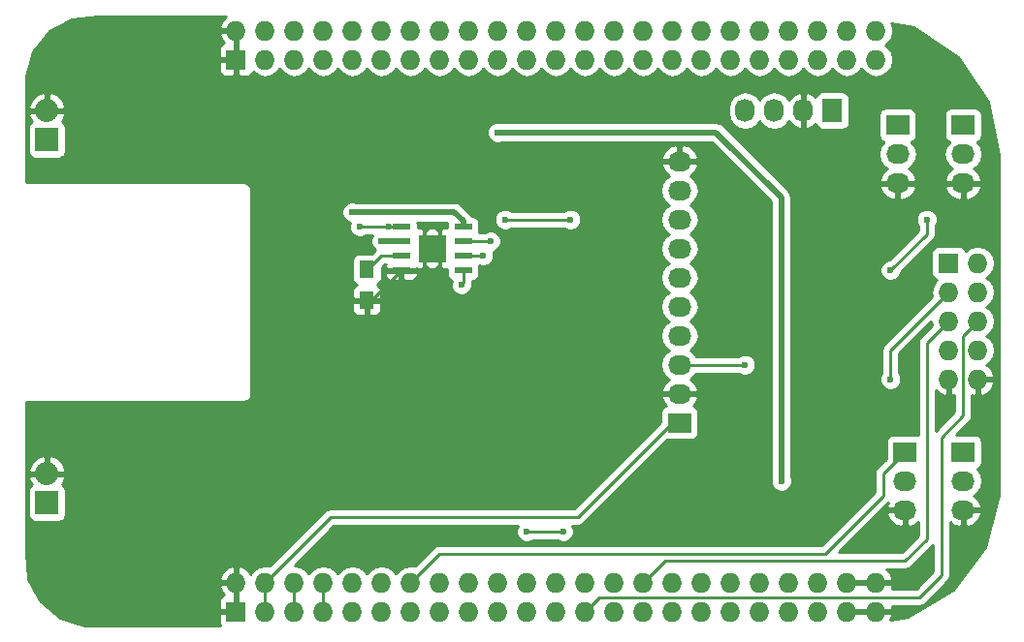
<source format=gbr>
G04 #@! TF.FileFunction,Copper,L2,Bot,Signal*
%FSLAX46Y46*%
G04 Gerber Fmt 4.6, Leading zero omitted, Abs format (unit mm)*
G04 Created by KiCad (PCBNEW 4.0.3-1.fc24-product) date Sun Feb 19 21:37:44 2017*
%MOMM*%
%LPD*%
G01*
G04 APERTURE LIST*
%ADD10C,0.100000*%
%ADD11R,2.032000X2.032000*%
%ADD12O,2.032000X2.032000*%
%ADD13R,1.727200X1.727200*%
%ADD14O,1.727200X1.727200*%
%ADD15R,1.727200X2.032000*%
%ADD16O,1.727200X2.032000*%
%ADD17R,2.032000X1.727200*%
%ADD18O,2.032000X1.727200*%
%ADD19R,1.300000X1.500000*%
%ADD20R,1.550000X0.600000*%
%ADD21R,1.175000X1.175000*%
%ADD22C,0.600000*%
%ADD23C,0.250000*%
%ADD24C,0.500000*%
%ADD25C,0.254000*%
G04 APERTURE END LIST*
D10*
D11*
X27940000Y-36830000D03*
D12*
X27940000Y-34290000D03*
D11*
X27940000Y-68580000D03*
D12*
X27940000Y-66040000D03*
D13*
X44450000Y-78105000D03*
D14*
X44450000Y-75565000D03*
X46990000Y-78105000D03*
X46990000Y-75565000D03*
X49530000Y-78105000D03*
X49530000Y-75565000D03*
X52070000Y-78105000D03*
X52070000Y-75565000D03*
X54610000Y-78105000D03*
X54610000Y-75565000D03*
X57150000Y-78105000D03*
X57150000Y-75565000D03*
X59690000Y-78105000D03*
X59690000Y-75565000D03*
X62230000Y-78105000D03*
X62230000Y-75565000D03*
X64770000Y-78105000D03*
X64770000Y-75565000D03*
X67310000Y-78105000D03*
X67310000Y-75565000D03*
X69850000Y-78105000D03*
X69850000Y-75565000D03*
X72390000Y-78105000D03*
X72390000Y-75565000D03*
X74930000Y-78105000D03*
X74930000Y-75565000D03*
X77470000Y-78105000D03*
X77470000Y-75565000D03*
X80010000Y-78105000D03*
X80010000Y-75565000D03*
X82550000Y-78105000D03*
X82550000Y-75565000D03*
X85090000Y-78105000D03*
X85090000Y-75565000D03*
X87630000Y-78105000D03*
X87630000Y-75565000D03*
X90170000Y-78105000D03*
X90170000Y-75565000D03*
X92710000Y-78105000D03*
X92710000Y-75565000D03*
X95250000Y-78105000D03*
X95250000Y-75565000D03*
X97790000Y-78105000D03*
X97790000Y-75565000D03*
X100330000Y-78105000D03*
X100330000Y-75565000D03*
D13*
X44450000Y-29845000D03*
D14*
X44450000Y-27305000D03*
X46990000Y-29845000D03*
X46990000Y-27305000D03*
X49530000Y-29845000D03*
X49530000Y-27305000D03*
X52070000Y-29845000D03*
X52070000Y-27305000D03*
X54610000Y-29845000D03*
X54610000Y-27305000D03*
X57150000Y-29845000D03*
X57150000Y-27305000D03*
X59690000Y-29845000D03*
X59690000Y-27305000D03*
X62230000Y-29845000D03*
X62230000Y-27305000D03*
X64770000Y-29845000D03*
X64770000Y-27305000D03*
X67310000Y-29845000D03*
X67310000Y-27305000D03*
X69850000Y-29845000D03*
X69850000Y-27305000D03*
X72390000Y-29845000D03*
X72390000Y-27305000D03*
X74930000Y-29845000D03*
X74930000Y-27305000D03*
X77470000Y-29845000D03*
X77470000Y-27305000D03*
X80010000Y-29845000D03*
X80010000Y-27305000D03*
X82550000Y-29845000D03*
X82550000Y-27305000D03*
X85090000Y-29845000D03*
X85090000Y-27305000D03*
X87630000Y-29845000D03*
X87630000Y-27305000D03*
X90170000Y-29845000D03*
X90170000Y-27305000D03*
X92710000Y-29845000D03*
X92710000Y-27305000D03*
X95250000Y-29845000D03*
X95250000Y-27305000D03*
X97790000Y-29845000D03*
X97790000Y-27305000D03*
X100330000Y-29845000D03*
X100330000Y-27305000D03*
D13*
X106680000Y-47625000D03*
D14*
X109220000Y-47625000D03*
X106680000Y-50165000D03*
X109220000Y-50165000D03*
X106680000Y-52705000D03*
X109220000Y-52705000D03*
X106680000Y-55245000D03*
X109220000Y-55245000D03*
X106680000Y-57785000D03*
X109220000Y-57785000D03*
D15*
X96520000Y-34290000D03*
D16*
X93980000Y-34290000D03*
X91440000Y-34290000D03*
X88900000Y-34290000D03*
D17*
X107950000Y-35560000D03*
D18*
X107950000Y-38100000D03*
X107950000Y-40640000D03*
D17*
X102235000Y-35560000D03*
D18*
X102235000Y-38100000D03*
X102235000Y-40640000D03*
D17*
X102870000Y-64135000D03*
D18*
X102870000Y-66675000D03*
X102870000Y-69215000D03*
D17*
X107950000Y-64135000D03*
D18*
X107950000Y-66675000D03*
X107950000Y-69215000D03*
D17*
X83185000Y-61595000D03*
D18*
X83185000Y-59055000D03*
X83185000Y-56515000D03*
X83185000Y-53975000D03*
X83185000Y-51435000D03*
X83185000Y-48895000D03*
X83185000Y-46355000D03*
X83185000Y-43815000D03*
X83185000Y-41275000D03*
X83185000Y-38735000D03*
D19*
X55880000Y-48180000D03*
X55880000Y-50880000D03*
D20*
X64295000Y-44450000D03*
X64295000Y-45720000D03*
X64295000Y-46990000D03*
X64295000Y-48260000D03*
X58895000Y-48260000D03*
X58895000Y-46990000D03*
X58895000Y-45720000D03*
X58895000Y-44450000D03*
D21*
X61007500Y-46942500D03*
X61007500Y-45767500D03*
X62182500Y-46942500D03*
X62182500Y-45767500D03*
D22*
X73660000Y-43815000D03*
X67945000Y-43815000D03*
X88900000Y-56515000D03*
X101600000Y-48260000D03*
X73025000Y-71120000D03*
X69850000Y-71120000D03*
X104775000Y-43815000D03*
X101600000Y-57785000D03*
X67310000Y-36195000D03*
X92075000Y-66675000D03*
X57150000Y-45720000D03*
X54610000Y-43180000D03*
X55245000Y-44450000D03*
X57785000Y-44450000D03*
X66040000Y-46990000D03*
X66675000Y-45720000D03*
X64135000Y-49530000D03*
D23*
X69215000Y-43815000D02*
X73660000Y-43815000D01*
X67945000Y-43815000D02*
X69215000Y-43815000D01*
X55880000Y-50880000D02*
X56275000Y-50880000D01*
X56275000Y-50880000D02*
X58895000Y-48260000D01*
X83185000Y-61595000D02*
X82550000Y-61595000D01*
X82550000Y-61595000D02*
X74295000Y-69850000D01*
X52705000Y-69850000D02*
X48260000Y-74295000D01*
X74295000Y-69850000D02*
X52705000Y-69850000D01*
X48260000Y-74295000D02*
X46990000Y-75565000D01*
X46990000Y-78105000D02*
X46990000Y-75565000D01*
X49530000Y-78105000D02*
X49530000Y-75565000D01*
X52070000Y-78105000D02*
X52070000Y-75565000D01*
X95885000Y-73025000D02*
X100965000Y-67945000D01*
X100965000Y-66040000D02*
X102870000Y-64135000D01*
X100965000Y-67945000D02*
X100965000Y-66040000D01*
X62230000Y-73025000D02*
X59690000Y-75565000D01*
X95885000Y-73025000D02*
X62230000Y-73025000D01*
X88900000Y-56515000D02*
X83185000Y-56515000D01*
X69850000Y-71120000D02*
X73025000Y-71120000D01*
X104775000Y-45085000D02*
X104775000Y-43815000D01*
X101600000Y-48260000D02*
X104775000Y-45085000D01*
X107950000Y-60325000D02*
X107950000Y-60960000D01*
X107950000Y-53975000D02*
X107950000Y-60325000D01*
X109220000Y-52705000D02*
X107950000Y-53975000D01*
X76200000Y-76835000D02*
X74930000Y-78105000D01*
X104140000Y-76835000D02*
X76200000Y-76835000D01*
X106045000Y-74930000D02*
X104140000Y-76835000D01*
X106045000Y-62865000D02*
X106045000Y-74930000D01*
X107950000Y-60960000D02*
X106045000Y-62865000D01*
X101600000Y-57785000D02*
X101600000Y-55245000D01*
X101600000Y-55245000D02*
X106680000Y-50165000D01*
X104775000Y-71755000D02*
X104775000Y-54610000D01*
X104775000Y-54610000D02*
X106680000Y-52705000D01*
X81915000Y-73660000D02*
X80010000Y-75565000D01*
X102870000Y-73660000D02*
X81915000Y-73660000D01*
X104775000Y-71755000D02*
X102870000Y-73660000D01*
D24*
X86360000Y-36195000D02*
X67310000Y-36195000D01*
X92075000Y-41910000D02*
X86360000Y-36195000D01*
X92075000Y-66675000D02*
X92075000Y-41910000D01*
X58895000Y-45720000D02*
X57150000Y-45720000D01*
X64295000Y-44450000D02*
X64295000Y-43975000D01*
X63500000Y-43180000D02*
X54610000Y-43180000D01*
X64295000Y-43975000D02*
X63500000Y-43180000D01*
D23*
X58895000Y-44450000D02*
X57785000Y-44450000D01*
X57785000Y-44450000D02*
X55245000Y-44450000D01*
X64295000Y-46990000D02*
X66040000Y-46990000D01*
X64295000Y-45720000D02*
X66675000Y-45720000D01*
X64295000Y-48260000D02*
X64295000Y-49370000D01*
X64295000Y-49370000D02*
X64135000Y-49530000D01*
X55880000Y-48180000D02*
X55960000Y-48180000D01*
X55960000Y-48180000D02*
X57150000Y-46990000D01*
X57150000Y-46990000D02*
X58895000Y-46990000D01*
D25*
G36*
X43243179Y-26416510D02*
X42995032Y-26945973D01*
X43115531Y-27178000D01*
X44323000Y-27178000D01*
X44323000Y-27158000D01*
X44577000Y-27158000D01*
X44577000Y-27178000D01*
X44597000Y-27178000D01*
X44597000Y-27432000D01*
X44577000Y-27432000D01*
X44577000Y-29718000D01*
X44597000Y-29718000D01*
X44597000Y-29972000D01*
X44577000Y-29972000D01*
X44577000Y-31184850D01*
X44735750Y-31343600D01*
X45439910Y-31343600D01*
X45673299Y-31246927D01*
X45851927Y-31068298D01*
X45916263Y-30912977D01*
X45930330Y-30934029D01*
X46416511Y-31258885D01*
X46990000Y-31372959D01*
X47563489Y-31258885D01*
X48049670Y-30934029D01*
X48260000Y-30619248D01*
X48470330Y-30934029D01*
X48956511Y-31258885D01*
X49530000Y-31372959D01*
X50103489Y-31258885D01*
X50589670Y-30934029D01*
X50800000Y-30619248D01*
X51010330Y-30934029D01*
X51496511Y-31258885D01*
X52070000Y-31372959D01*
X52643489Y-31258885D01*
X53129670Y-30934029D01*
X53340000Y-30619248D01*
X53550330Y-30934029D01*
X54036511Y-31258885D01*
X54610000Y-31372959D01*
X55183489Y-31258885D01*
X55669670Y-30934029D01*
X55880000Y-30619248D01*
X56090330Y-30934029D01*
X56576511Y-31258885D01*
X57150000Y-31372959D01*
X57723489Y-31258885D01*
X58209670Y-30934029D01*
X58420000Y-30619248D01*
X58630330Y-30934029D01*
X59116511Y-31258885D01*
X59690000Y-31372959D01*
X60263489Y-31258885D01*
X60749670Y-30934029D01*
X60960000Y-30619248D01*
X61170330Y-30934029D01*
X61656511Y-31258885D01*
X62230000Y-31372959D01*
X62803489Y-31258885D01*
X63289670Y-30934029D01*
X63500000Y-30619248D01*
X63710330Y-30934029D01*
X64196511Y-31258885D01*
X64770000Y-31372959D01*
X65343489Y-31258885D01*
X65829670Y-30934029D01*
X66040000Y-30619248D01*
X66250330Y-30934029D01*
X66736511Y-31258885D01*
X67310000Y-31372959D01*
X67883489Y-31258885D01*
X68369670Y-30934029D01*
X68580000Y-30619248D01*
X68790330Y-30934029D01*
X69276511Y-31258885D01*
X69850000Y-31372959D01*
X70423489Y-31258885D01*
X70909670Y-30934029D01*
X71120000Y-30619248D01*
X71330330Y-30934029D01*
X71816511Y-31258885D01*
X72390000Y-31372959D01*
X72963489Y-31258885D01*
X73449670Y-30934029D01*
X73660000Y-30619248D01*
X73870330Y-30934029D01*
X74356511Y-31258885D01*
X74930000Y-31372959D01*
X75503489Y-31258885D01*
X75989670Y-30934029D01*
X76200000Y-30619248D01*
X76410330Y-30934029D01*
X76896511Y-31258885D01*
X77470000Y-31372959D01*
X78043489Y-31258885D01*
X78529670Y-30934029D01*
X78740000Y-30619248D01*
X78950330Y-30934029D01*
X79436511Y-31258885D01*
X80010000Y-31372959D01*
X80583489Y-31258885D01*
X81069670Y-30934029D01*
X81280000Y-30619248D01*
X81490330Y-30934029D01*
X81976511Y-31258885D01*
X82550000Y-31372959D01*
X83123489Y-31258885D01*
X83609670Y-30934029D01*
X83820000Y-30619248D01*
X84030330Y-30934029D01*
X84516511Y-31258885D01*
X85090000Y-31372959D01*
X85663489Y-31258885D01*
X86149670Y-30934029D01*
X86360000Y-30619248D01*
X86570330Y-30934029D01*
X87056511Y-31258885D01*
X87630000Y-31372959D01*
X88203489Y-31258885D01*
X88689670Y-30934029D01*
X88900000Y-30619248D01*
X89110330Y-30934029D01*
X89596511Y-31258885D01*
X90170000Y-31372959D01*
X90743489Y-31258885D01*
X91229670Y-30934029D01*
X91440000Y-30619248D01*
X91650330Y-30934029D01*
X92136511Y-31258885D01*
X92710000Y-31372959D01*
X93283489Y-31258885D01*
X93769670Y-30934029D01*
X93980000Y-30619248D01*
X94190330Y-30934029D01*
X94676511Y-31258885D01*
X95250000Y-31372959D01*
X95823489Y-31258885D01*
X96309670Y-30934029D01*
X96520000Y-30619248D01*
X96730330Y-30934029D01*
X97216511Y-31258885D01*
X97790000Y-31372959D01*
X98363489Y-31258885D01*
X98849670Y-30934029D01*
X99060000Y-30619248D01*
X99270330Y-30934029D01*
X99756511Y-31258885D01*
X100330000Y-31372959D01*
X100903489Y-31258885D01*
X101389670Y-30934029D01*
X101714526Y-30447848D01*
X101828600Y-29874359D01*
X101828600Y-29815641D01*
X101714526Y-29242152D01*
X101389670Y-28755971D01*
X101118828Y-28575000D01*
X101389670Y-28394029D01*
X101714526Y-27907848D01*
X101828600Y-27334359D01*
X101828600Y-27275641D01*
X101714526Y-26702152D01*
X101675824Y-26644230D01*
X103643053Y-27035536D01*
X107528376Y-29631627D01*
X110124464Y-33516947D01*
X111050000Y-38169927D01*
X111050000Y-67857115D01*
X109896129Y-72446662D01*
X107105562Y-76202464D01*
X103090133Y-78604469D01*
X101617372Y-78821621D01*
X101784968Y-78464027D01*
X101664469Y-78232000D01*
X100457000Y-78232000D01*
X100457000Y-78252000D01*
X100203000Y-78252000D01*
X100203000Y-78232000D01*
X97917000Y-78232000D01*
X97917000Y-78252000D01*
X97663000Y-78252000D01*
X97663000Y-78232000D01*
X97643000Y-78232000D01*
X97643000Y-77978000D01*
X97663000Y-77978000D01*
X97663000Y-77958000D01*
X97917000Y-77958000D01*
X97917000Y-77978000D01*
X100203000Y-77978000D01*
X100203000Y-77958000D01*
X100457000Y-77958000D01*
X100457000Y-77978000D01*
X101664469Y-77978000D01*
X101784968Y-77745973D01*
X101714210Y-77595000D01*
X104140000Y-77595000D01*
X104430839Y-77537148D01*
X104677401Y-77372401D01*
X106582401Y-75467401D01*
X106747148Y-75220839D01*
X106805000Y-74930000D01*
X106805000Y-70300850D01*
X107035680Y-70506954D01*
X107588087Y-70700184D01*
X107823000Y-70555924D01*
X107823000Y-69342000D01*
X108077000Y-69342000D01*
X108077000Y-70555924D01*
X108311913Y-70700184D01*
X108864320Y-70506954D01*
X109300732Y-70117036D01*
X109554709Y-69589791D01*
X109557358Y-69574026D01*
X109436217Y-69342000D01*
X108077000Y-69342000D01*
X107823000Y-69342000D01*
X107803000Y-69342000D01*
X107803000Y-69088000D01*
X107823000Y-69088000D01*
X107823000Y-69068000D01*
X108077000Y-69068000D01*
X108077000Y-69088000D01*
X109436217Y-69088000D01*
X109557358Y-68855974D01*
X109554709Y-68840209D01*
X109300732Y-68312964D01*
X108884931Y-67941461D01*
X109194415Y-67734670D01*
X109519271Y-67248489D01*
X109633345Y-66675000D01*
X109519271Y-66101511D01*
X109194415Y-65615330D01*
X109180087Y-65605757D01*
X109201317Y-65601762D01*
X109417441Y-65462690D01*
X109562431Y-65250490D01*
X109613440Y-64998600D01*
X109613440Y-63271400D01*
X109569162Y-63036083D01*
X109430090Y-62819959D01*
X109217890Y-62674969D01*
X108966000Y-62623960D01*
X107360842Y-62623960D01*
X108487401Y-61497401D01*
X108652148Y-61250839D01*
X108710000Y-60960000D01*
X108710000Y-59169210D01*
X108860973Y-59239968D01*
X109093000Y-59119469D01*
X109093000Y-57912000D01*
X109347000Y-57912000D01*
X109347000Y-59119469D01*
X109579027Y-59239968D01*
X110108490Y-58991821D01*
X110502688Y-58559947D01*
X110674958Y-58144026D01*
X110553817Y-57912000D01*
X109347000Y-57912000D01*
X109093000Y-57912000D01*
X109073000Y-57912000D01*
X109073000Y-57658000D01*
X109093000Y-57658000D01*
X109093000Y-57638000D01*
X109347000Y-57638000D01*
X109347000Y-57658000D01*
X110553817Y-57658000D01*
X110674958Y-57425974D01*
X110502688Y-57010053D01*
X110108490Y-56578179D01*
X109985772Y-56520664D01*
X110309029Y-56304670D01*
X110633885Y-55818489D01*
X110747959Y-55245000D01*
X110633885Y-54671511D01*
X110309029Y-54185330D01*
X109994248Y-53975000D01*
X110309029Y-53764670D01*
X110633885Y-53278489D01*
X110747959Y-52705000D01*
X110633885Y-52131511D01*
X110309029Y-51645330D01*
X109994248Y-51435000D01*
X110309029Y-51224670D01*
X110633885Y-50738489D01*
X110747959Y-50165000D01*
X110633885Y-49591511D01*
X110309029Y-49105330D01*
X109994248Y-48895000D01*
X110309029Y-48684670D01*
X110633885Y-48198489D01*
X110747959Y-47625000D01*
X110633885Y-47051511D01*
X110309029Y-46565330D01*
X109822848Y-46240474D01*
X109249359Y-46126400D01*
X109190641Y-46126400D01*
X108617152Y-46240474D01*
X108151558Y-46551574D01*
X108146762Y-46526083D01*
X108007690Y-46309959D01*
X107795490Y-46164969D01*
X107543600Y-46113960D01*
X105816400Y-46113960D01*
X105581083Y-46158238D01*
X105364959Y-46297310D01*
X105219969Y-46509510D01*
X105168960Y-46761400D01*
X105168960Y-48488600D01*
X105213238Y-48723917D01*
X105352310Y-48940041D01*
X105564510Y-49085031D01*
X105608131Y-49093864D01*
X105590971Y-49105330D01*
X105266115Y-49591511D01*
X105152041Y-50165000D01*
X105227225Y-50542973D01*
X101062599Y-54707599D01*
X100897852Y-54954161D01*
X100840000Y-55245000D01*
X100840000Y-57222537D01*
X100807808Y-57254673D01*
X100665162Y-57598201D01*
X100664838Y-57970167D01*
X100806883Y-58313943D01*
X101069673Y-58577192D01*
X101413201Y-58719838D01*
X101785167Y-58720162D01*
X102128943Y-58578117D01*
X102392192Y-58315327D01*
X102534838Y-57971799D01*
X102535162Y-57599833D01*
X102393117Y-57256057D01*
X102360000Y-57222882D01*
X102360000Y-55559802D01*
X105162454Y-52757348D01*
X105227225Y-53082973D01*
X104237599Y-54072599D01*
X104072852Y-54319161D01*
X104015000Y-54610000D01*
X104015000Y-62650083D01*
X103886000Y-62623960D01*
X101854000Y-62623960D01*
X101618683Y-62668238D01*
X101402559Y-62807310D01*
X101257569Y-63019510D01*
X101206560Y-63271400D01*
X101206560Y-64723638D01*
X100427599Y-65502599D01*
X100262852Y-65749161D01*
X100205000Y-66040000D01*
X100205000Y-67630198D01*
X95570198Y-72265000D01*
X62230000Y-72265000D01*
X61987414Y-72313254D01*
X61939160Y-72322852D01*
X61692599Y-72487599D01*
X60067973Y-74112225D01*
X59690000Y-74037041D01*
X59116511Y-74151115D01*
X58630330Y-74475971D01*
X58420000Y-74790752D01*
X58209670Y-74475971D01*
X57723489Y-74151115D01*
X57150000Y-74037041D01*
X56576511Y-74151115D01*
X56090330Y-74475971D01*
X55880000Y-74790752D01*
X55669670Y-74475971D01*
X55183489Y-74151115D01*
X54610000Y-74037041D01*
X54036511Y-74151115D01*
X53550330Y-74475971D01*
X53340000Y-74790752D01*
X53129670Y-74475971D01*
X52643489Y-74151115D01*
X52070000Y-74037041D01*
X51496511Y-74151115D01*
X51010330Y-74475971D01*
X50800000Y-74790752D01*
X50589670Y-74475971D01*
X50103489Y-74151115D01*
X49582348Y-74047454D01*
X53019802Y-70610000D01*
X69049367Y-70610000D01*
X68915162Y-70933201D01*
X68914838Y-71305167D01*
X69056883Y-71648943D01*
X69319673Y-71912192D01*
X69663201Y-72054838D01*
X70035167Y-72055162D01*
X70378943Y-71913117D01*
X70412118Y-71880000D01*
X72462537Y-71880000D01*
X72494673Y-71912192D01*
X72838201Y-72054838D01*
X73210167Y-72055162D01*
X73553943Y-71913117D01*
X73817192Y-71650327D01*
X73959838Y-71306799D01*
X73960162Y-70934833D01*
X73825944Y-70610000D01*
X74295000Y-70610000D01*
X74585839Y-70552148D01*
X74832401Y-70387401D01*
X82123064Y-63096738D01*
X82169000Y-63106040D01*
X84201000Y-63106040D01*
X84436317Y-63061762D01*
X84652441Y-62922690D01*
X84797431Y-62710490D01*
X84848440Y-62458600D01*
X84848440Y-60731400D01*
X84804162Y-60496083D01*
X84665090Y-60279959D01*
X84452890Y-60134969D01*
X84358073Y-60115768D01*
X84535732Y-59957036D01*
X84789709Y-59429791D01*
X84792358Y-59414026D01*
X84671217Y-59182000D01*
X83312000Y-59182000D01*
X83312000Y-59202000D01*
X83058000Y-59202000D01*
X83058000Y-59182000D01*
X81698783Y-59182000D01*
X81577642Y-59414026D01*
X81580291Y-59429791D01*
X81834268Y-59957036D01*
X82009845Y-60113907D01*
X81933683Y-60128238D01*
X81717559Y-60267310D01*
X81572569Y-60479510D01*
X81521560Y-60731400D01*
X81521560Y-61548638D01*
X73980198Y-69090000D01*
X52705000Y-69090000D01*
X52414160Y-69147852D01*
X52167599Y-69312599D01*
X47367973Y-74112225D01*
X46990000Y-74037041D01*
X46416511Y-74151115D01*
X45930330Y-74475971D01*
X45714336Y-74799228D01*
X45656821Y-74676510D01*
X45224947Y-74282312D01*
X44809026Y-74110042D01*
X44577000Y-74231183D01*
X44577000Y-75438000D01*
X44597000Y-75438000D01*
X44597000Y-75692000D01*
X44577000Y-75692000D01*
X44577000Y-77978000D01*
X44597000Y-77978000D01*
X44597000Y-78232000D01*
X44577000Y-78232000D01*
X44577000Y-78252000D01*
X44323000Y-78252000D01*
X44323000Y-78232000D01*
X43110150Y-78232000D01*
X42951400Y-78390750D01*
X42951400Y-79094909D01*
X43036352Y-79300000D01*
X31220861Y-79300000D01*
X29075500Y-78645710D01*
X27371133Y-77242707D01*
X27303166Y-77115091D01*
X42951400Y-77115091D01*
X42951400Y-77819250D01*
X43110150Y-77978000D01*
X44323000Y-77978000D01*
X44323000Y-75692000D01*
X43115531Y-75692000D01*
X42995032Y-75924027D01*
X43243179Y-76453490D01*
X43426119Y-76620471D01*
X43226701Y-76703073D01*
X43048073Y-76881702D01*
X42951400Y-77115091D01*
X27303166Y-77115091D01*
X26333412Y-75294271D01*
X26324849Y-75205973D01*
X42995032Y-75205973D01*
X43115531Y-75438000D01*
X44323000Y-75438000D01*
X44323000Y-74231183D01*
X44090974Y-74110042D01*
X43675053Y-74282312D01*
X43243179Y-74676510D01*
X42995032Y-75205973D01*
X26324849Y-75205973D01*
X26110000Y-72990654D01*
X26110000Y-67564000D01*
X26276560Y-67564000D01*
X26276560Y-69596000D01*
X26320838Y-69831317D01*
X26459910Y-70047441D01*
X26672110Y-70192431D01*
X26924000Y-70243440D01*
X28956000Y-70243440D01*
X29191317Y-70199162D01*
X29407441Y-70060090D01*
X29552431Y-69847890D01*
X29603440Y-69596000D01*
X29603440Y-67564000D01*
X29559162Y-67328683D01*
X29420090Y-67112559D01*
X29257052Y-67001160D01*
X29346385Y-66904818D01*
X29545975Y-66422944D01*
X29426836Y-66167000D01*
X28067000Y-66167000D01*
X28067000Y-66187000D01*
X27813000Y-66187000D01*
X27813000Y-66167000D01*
X26453164Y-66167000D01*
X26334025Y-66422944D01*
X26533615Y-66904818D01*
X26624097Y-67002398D01*
X26472559Y-67099910D01*
X26327569Y-67312110D01*
X26276560Y-67564000D01*
X26110000Y-67564000D01*
X26110000Y-65657056D01*
X26334025Y-65657056D01*
X26453164Y-65913000D01*
X27813000Y-65913000D01*
X27813000Y-64552633D01*
X28067000Y-64552633D01*
X28067000Y-65913000D01*
X29426836Y-65913000D01*
X29545975Y-65657056D01*
X29346385Y-65175182D01*
X28908379Y-64702812D01*
X28322946Y-64434017D01*
X28067000Y-64552633D01*
X27813000Y-64552633D01*
X27557054Y-64434017D01*
X26971621Y-64702812D01*
X26533615Y-65175182D01*
X26334025Y-65657056D01*
X26110000Y-65657056D01*
X26110000Y-59765000D01*
X45085000Y-59765000D01*
X45356705Y-59710954D01*
X45587046Y-59557046D01*
X45740954Y-59326705D01*
X45795000Y-59055000D01*
X45795000Y-51165750D01*
X54595000Y-51165750D01*
X54595000Y-51756309D01*
X54691673Y-51989698D01*
X54870301Y-52168327D01*
X55103690Y-52265000D01*
X55594250Y-52265000D01*
X55753000Y-52106250D01*
X55753000Y-51007000D01*
X56007000Y-51007000D01*
X56007000Y-52106250D01*
X56165750Y-52265000D01*
X56656310Y-52265000D01*
X56889699Y-52168327D01*
X57068327Y-51989698D01*
X57165000Y-51756309D01*
X57165000Y-51165750D01*
X57006250Y-51007000D01*
X56007000Y-51007000D01*
X55753000Y-51007000D01*
X54753750Y-51007000D01*
X54595000Y-51165750D01*
X45795000Y-51165750D01*
X45795000Y-43365167D01*
X53674838Y-43365167D01*
X53816883Y-43708943D01*
X54079673Y-43972192D01*
X54379332Y-44096622D01*
X54310162Y-44263201D01*
X54309838Y-44635167D01*
X54451883Y-44978943D01*
X54714673Y-45242192D01*
X55058201Y-45384838D01*
X55430167Y-45385162D01*
X55773943Y-45243117D01*
X55807118Y-45210000D01*
X56349367Y-45210000D01*
X56215162Y-45533201D01*
X56214838Y-45905167D01*
X56356883Y-46248943D01*
X56586369Y-46478829D01*
X56282638Y-46782560D01*
X55230000Y-46782560D01*
X54994683Y-46826838D01*
X54778559Y-46965910D01*
X54633569Y-47178110D01*
X54582560Y-47430000D01*
X54582560Y-48930000D01*
X54626838Y-49165317D01*
X54765910Y-49381441D01*
X54978110Y-49526431D01*
X55011490Y-49533191D01*
X54870301Y-49591673D01*
X54691673Y-49770302D01*
X54595000Y-50003691D01*
X54595000Y-50594250D01*
X54753750Y-50753000D01*
X55753000Y-50753000D01*
X55753000Y-50733000D01*
X56007000Y-50733000D01*
X56007000Y-50753000D01*
X57006250Y-50753000D01*
X57165000Y-50594250D01*
X57165000Y-50003691D01*
X57068327Y-49770302D01*
X56889699Y-49591673D01*
X56753713Y-49535346D01*
X56765317Y-49533162D01*
X56981441Y-49394090D01*
X57126431Y-49181890D01*
X57177440Y-48930000D01*
X57177440Y-48545750D01*
X57485000Y-48545750D01*
X57485000Y-48686310D01*
X57581673Y-48919699D01*
X57760302Y-49098327D01*
X57993691Y-49195000D01*
X58609250Y-49195000D01*
X58768000Y-49036250D01*
X58768000Y-48387000D01*
X59022000Y-48387000D01*
X59022000Y-49036250D01*
X59180750Y-49195000D01*
X59796309Y-49195000D01*
X60029698Y-49098327D01*
X60208327Y-48919699D01*
X60305000Y-48686310D01*
X60305000Y-48545750D01*
X60146250Y-48387000D01*
X59022000Y-48387000D01*
X58768000Y-48387000D01*
X57643750Y-48387000D01*
X57485000Y-48545750D01*
X57177440Y-48545750D01*
X57177440Y-48037362D01*
X57464802Y-47750000D01*
X57519666Y-47750000D01*
X57485000Y-47833690D01*
X57485000Y-47974250D01*
X57643750Y-48133000D01*
X58768000Y-48133000D01*
X58768000Y-48113000D01*
X59022000Y-48113000D01*
X59022000Y-48133000D01*
X60146250Y-48133000D01*
X60166807Y-48112443D01*
X60293691Y-48165000D01*
X60721750Y-48165000D01*
X60880500Y-48006250D01*
X60880500Y-47228250D01*
X60960000Y-47228250D01*
X60960000Y-47656310D01*
X61056673Y-47889699D01*
X61134500Y-47967526D01*
X61134500Y-48006250D01*
X61293250Y-48165000D01*
X61896750Y-48165000D01*
X62055500Y-48006250D01*
X62055500Y-47967526D01*
X62133327Y-47889699D01*
X62230000Y-47656310D01*
X62230000Y-47228250D01*
X62071250Y-47069500D01*
X61118750Y-47069500D01*
X60960000Y-47228250D01*
X60880500Y-47228250D01*
X60880500Y-47069500D01*
X60860500Y-47069500D01*
X60860500Y-46851250D01*
X60880500Y-46831250D01*
X60880500Y-46053250D01*
X60960000Y-46053250D01*
X60960000Y-46656750D01*
X61118750Y-46815500D01*
X61134500Y-46815500D01*
X61134500Y-46831250D01*
X61293250Y-46990000D01*
X61896750Y-46990000D01*
X62055500Y-46831250D01*
X62055500Y-46815500D01*
X62071250Y-46815500D01*
X62230000Y-46656750D01*
X62230000Y-46053250D01*
X62071250Y-45894500D01*
X62055500Y-45894500D01*
X62055500Y-45878750D01*
X61896750Y-45720000D01*
X61293250Y-45720000D01*
X61134500Y-45878750D01*
X61134500Y-45894500D01*
X61118750Y-45894500D01*
X60960000Y-46053250D01*
X60880500Y-46053250D01*
X60880500Y-45878750D01*
X60860500Y-45858750D01*
X60860500Y-45640500D01*
X60880500Y-45640500D01*
X60880500Y-45053690D01*
X60960000Y-45053690D01*
X60960000Y-45481750D01*
X61118750Y-45640500D01*
X62071250Y-45640500D01*
X62230000Y-45481750D01*
X62230000Y-45053690D01*
X62133327Y-44820301D01*
X62055500Y-44742474D01*
X62055500Y-44703750D01*
X61896750Y-44545000D01*
X61293250Y-44545000D01*
X61134500Y-44703750D01*
X61134500Y-44742474D01*
X61056673Y-44820301D01*
X60960000Y-45053690D01*
X60880500Y-45053690D01*
X60880500Y-44703750D01*
X60721750Y-44545000D01*
X60317440Y-44545000D01*
X60317440Y-44150000D01*
X60301446Y-44065000D01*
X62889773Y-44065000D01*
X62872560Y-44150000D01*
X62872560Y-44545000D01*
X62468250Y-44545000D01*
X62309500Y-44703750D01*
X62309500Y-45640500D01*
X62329500Y-45640500D01*
X62329500Y-45858750D01*
X62309500Y-45878750D01*
X62309500Y-46831250D01*
X62329500Y-46851250D01*
X62329500Y-47069500D01*
X62309500Y-47069500D01*
X62309500Y-48006250D01*
X62468250Y-48165000D01*
X62872560Y-48165000D01*
X62872560Y-48560000D01*
X62916838Y-48795317D01*
X63055910Y-49011441D01*
X63268110Y-49156431D01*
X63276971Y-49158225D01*
X63200162Y-49343201D01*
X63199838Y-49715167D01*
X63341883Y-50058943D01*
X63604673Y-50322192D01*
X63948201Y-50464838D01*
X64320167Y-50465162D01*
X64663943Y-50323117D01*
X64927192Y-50060327D01*
X65069838Y-49716799D01*
X65070162Y-49344833D01*
X65055000Y-49308138D01*
X65055000Y-49207440D01*
X65070000Y-49207440D01*
X65305317Y-49163162D01*
X65521441Y-49024090D01*
X65666431Y-48811890D01*
X65717440Y-48560000D01*
X65717440Y-47960000D01*
X65698757Y-47860707D01*
X65853201Y-47924838D01*
X66225167Y-47925162D01*
X66568943Y-47783117D01*
X66832192Y-47520327D01*
X66974838Y-47176799D01*
X66975162Y-46804833D01*
X66905568Y-46636403D01*
X67203943Y-46513117D01*
X67467192Y-46250327D01*
X67609838Y-45906799D01*
X67610162Y-45534833D01*
X67468117Y-45191057D01*
X67205327Y-44927808D01*
X66861799Y-44785162D01*
X66489833Y-44784838D01*
X66146057Y-44926883D01*
X66112882Y-44960000D01*
X65674914Y-44960000D01*
X65717440Y-44750000D01*
X65717440Y-44150000D01*
X65689247Y-44000167D01*
X67009838Y-44000167D01*
X67151883Y-44343943D01*
X67414673Y-44607192D01*
X67758201Y-44749838D01*
X68130167Y-44750162D01*
X68473943Y-44608117D01*
X68507118Y-44575000D01*
X73097537Y-44575000D01*
X73129673Y-44607192D01*
X73473201Y-44749838D01*
X73845167Y-44750162D01*
X74188943Y-44608117D01*
X74452192Y-44345327D01*
X74594838Y-44001799D01*
X74595162Y-43629833D01*
X74453117Y-43286057D01*
X74190327Y-43022808D01*
X73846799Y-42880162D01*
X73474833Y-42879838D01*
X73131057Y-43021883D01*
X73097882Y-43055000D01*
X68507463Y-43055000D01*
X68475327Y-43022808D01*
X68131799Y-42880162D01*
X67759833Y-42879838D01*
X67416057Y-43021883D01*
X67152808Y-43284673D01*
X67010162Y-43628201D01*
X67009838Y-44000167D01*
X65689247Y-44000167D01*
X65673162Y-43914683D01*
X65534090Y-43698559D01*
X65321890Y-43553569D01*
X65070000Y-43502560D01*
X65023255Y-43502560D01*
X64920790Y-43349210D01*
X64920787Y-43349208D01*
X64125790Y-42554210D01*
X64098222Y-42535790D01*
X63838675Y-42362367D01*
X63782484Y-42351190D01*
X63500000Y-42294999D01*
X63499995Y-42295000D01*
X54916822Y-42295000D01*
X54796799Y-42245162D01*
X54424833Y-42244838D01*
X54081057Y-42386883D01*
X53817808Y-42649673D01*
X53675162Y-42993201D01*
X53674838Y-43365167D01*
X45795000Y-43365167D01*
X45795000Y-41275000D01*
X81501655Y-41275000D01*
X81615729Y-41848489D01*
X81940585Y-42334670D01*
X82255366Y-42545000D01*
X81940585Y-42755330D01*
X81615729Y-43241511D01*
X81501655Y-43815000D01*
X81615729Y-44388489D01*
X81940585Y-44874670D01*
X82255366Y-45085000D01*
X81940585Y-45295330D01*
X81615729Y-45781511D01*
X81501655Y-46355000D01*
X81615729Y-46928489D01*
X81940585Y-47414670D01*
X82255366Y-47625000D01*
X81940585Y-47835330D01*
X81615729Y-48321511D01*
X81501655Y-48895000D01*
X81615729Y-49468489D01*
X81940585Y-49954670D01*
X82255366Y-50165000D01*
X81940585Y-50375330D01*
X81615729Y-50861511D01*
X81501655Y-51435000D01*
X81615729Y-52008489D01*
X81940585Y-52494670D01*
X82255366Y-52705000D01*
X81940585Y-52915330D01*
X81615729Y-53401511D01*
X81501655Y-53975000D01*
X81615729Y-54548489D01*
X81940585Y-55034670D01*
X82255366Y-55245000D01*
X81940585Y-55455330D01*
X81615729Y-55941511D01*
X81501655Y-56515000D01*
X81615729Y-57088489D01*
X81940585Y-57574670D01*
X82250069Y-57781461D01*
X81834268Y-58152964D01*
X81580291Y-58680209D01*
X81577642Y-58695974D01*
X81698783Y-58928000D01*
X83058000Y-58928000D01*
X83058000Y-58908000D01*
X83312000Y-58908000D01*
X83312000Y-58928000D01*
X84671217Y-58928000D01*
X84792358Y-58695974D01*
X84789709Y-58680209D01*
X84535732Y-58152964D01*
X84119931Y-57781461D01*
X84429415Y-57574670D01*
X84629648Y-57275000D01*
X88337537Y-57275000D01*
X88369673Y-57307192D01*
X88713201Y-57449838D01*
X89085167Y-57450162D01*
X89428943Y-57308117D01*
X89692192Y-57045327D01*
X89834838Y-56701799D01*
X89835162Y-56329833D01*
X89693117Y-55986057D01*
X89430327Y-55722808D01*
X89086799Y-55580162D01*
X88714833Y-55579838D01*
X88371057Y-55721883D01*
X88337882Y-55755000D01*
X84629648Y-55755000D01*
X84429415Y-55455330D01*
X84114634Y-55245000D01*
X84429415Y-55034670D01*
X84754271Y-54548489D01*
X84868345Y-53975000D01*
X84754271Y-53401511D01*
X84429415Y-52915330D01*
X84114634Y-52705000D01*
X84429415Y-52494670D01*
X84754271Y-52008489D01*
X84868345Y-51435000D01*
X84754271Y-50861511D01*
X84429415Y-50375330D01*
X84114634Y-50165000D01*
X84429415Y-49954670D01*
X84754271Y-49468489D01*
X84868345Y-48895000D01*
X84754271Y-48321511D01*
X84429415Y-47835330D01*
X84114634Y-47625000D01*
X84429415Y-47414670D01*
X84754271Y-46928489D01*
X84868345Y-46355000D01*
X84754271Y-45781511D01*
X84429415Y-45295330D01*
X84114634Y-45085000D01*
X84429415Y-44874670D01*
X84754271Y-44388489D01*
X84868345Y-43815000D01*
X84754271Y-43241511D01*
X84429415Y-42755330D01*
X84114634Y-42545000D01*
X84429415Y-42334670D01*
X84754271Y-41848489D01*
X84868345Y-41275000D01*
X84754271Y-40701511D01*
X84429415Y-40215330D01*
X84119931Y-40008539D01*
X84535732Y-39637036D01*
X84789709Y-39109791D01*
X84792358Y-39094026D01*
X84671217Y-38862000D01*
X83312000Y-38862000D01*
X83312000Y-38882000D01*
X83058000Y-38882000D01*
X83058000Y-38862000D01*
X81698783Y-38862000D01*
X81577642Y-39094026D01*
X81580291Y-39109791D01*
X81834268Y-39637036D01*
X82250069Y-40008539D01*
X81940585Y-40215330D01*
X81615729Y-40701511D01*
X81501655Y-41275000D01*
X45795000Y-41275000D01*
X45740954Y-41003295D01*
X45587046Y-40772954D01*
X45356705Y-40619046D01*
X45085000Y-40565000D01*
X26110000Y-40565000D01*
X26110000Y-35814000D01*
X26276560Y-35814000D01*
X26276560Y-37846000D01*
X26320838Y-38081317D01*
X26459910Y-38297441D01*
X26672110Y-38442431D01*
X26924000Y-38493440D01*
X28956000Y-38493440D01*
X29191317Y-38449162D01*
X29305054Y-38375974D01*
X81577642Y-38375974D01*
X81698783Y-38608000D01*
X83058000Y-38608000D01*
X83058000Y-37394076D01*
X83312000Y-37394076D01*
X83312000Y-38608000D01*
X84671217Y-38608000D01*
X84792358Y-38375974D01*
X84789709Y-38360209D01*
X84535732Y-37832964D01*
X84099320Y-37443046D01*
X83546913Y-37249816D01*
X83312000Y-37394076D01*
X83058000Y-37394076D01*
X82823087Y-37249816D01*
X82270680Y-37443046D01*
X81834268Y-37832964D01*
X81580291Y-38360209D01*
X81577642Y-38375974D01*
X29305054Y-38375974D01*
X29407441Y-38310090D01*
X29552431Y-38097890D01*
X29603440Y-37846000D01*
X29603440Y-36380167D01*
X66374838Y-36380167D01*
X66516883Y-36723943D01*
X66779673Y-36987192D01*
X67123201Y-37129838D01*
X67495167Y-37130162D01*
X67616569Y-37080000D01*
X85993420Y-37080000D01*
X91190000Y-42276579D01*
X91190000Y-66368178D01*
X91140162Y-66488201D01*
X91139838Y-66860167D01*
X91281883Y-67203943D01*
X91544673Y-67467192D01*
X91888201Y-67609838D01*
X92260167Y-67610162D01*
X92603943Y-67468117D01*
X92867192Y-67205327D01*
X93009838Y-66861799D01*
X93010162Y-66489833D01*
X92960000Y-66368431D01*
X92960000Y-48445167D01*
X100664838Y-48445167D01*
X100806883Y-48788943D01*
X101069673Y-49052192D01*
X101413201Y-49194838D01*
X101785167Y-49195162D01*
X102128943Y-49053117D01*
X102392192Y-48790327D01*
X102534838Y-48446799D01*
X102534879Y-48399923D01*
X105312401Y-45622401D01*
X105477148Y-45375839D01*
X105535000Y-45085000D01*
X105535000Y-44377463D01*
X105567192Y-44345327D01*
X105709838Y-44001799D01*
X105710162Y-43629833D01*
X105568117Y-43286057D01*
X105305327Y-43022808D01*
X104961799Y-42880162D01*
X104589833Y-42879838D01*
X104246057Y-43021883D01*
X103982808Y-43284673D01*
X103840162Y-43628201D01*
X103839838Y-44000167D01*
X103981883Y-44343943D01*
X104015000Y-44377118D01*
X104015000Y-44770198D01*
X101460320Y-47324878D01*
X101414833Y-47324838D01*
X101071057Y-47466883D01*
X100807808Y-47729673D01*
X100665162Y-48073201D01*
X100664838Y-48445167D01*
X92960000Y-48445167D01*
X92960000Y-41910005D01*
X92960001Y-41910000D01*
X92892634Y-41571326D01*
X92828975Y-41476054D01*
X92700790Y-41284210D01*
X92700787Y-41284208D01*
X92415606Y-40999026D01*
X100627642Y-40999026D01*
X100630291Y-41014791D01*
X100884268Y-41542036D01*
X101320680Y-41931954D01*
X101873087Y-42125184D01*
X102108000Y-41980924D01*
X102108000Y-40767000D01*
X102362000Y-40767000D01*
X102362000Y-41980924D01*
X102596913Y-42125184D01*
X103149320Y-41931954D01*
X103585732Y-41542036D01*
X103839709Y-41014791D01*
X103842358Y-40999026D01*
X106342642Y-40999026D01*
X106345291Y-41014791D01*
X106599268Y-41542036D01*
X107035680Y-41931954D01*
X107588087Y-42125184D01*
X107823000Y-41980924D01*
X107823000Y-40767000D01*
X108077000Y-40767000D01*
X108077000Y-41980924D01*
X108311913Y-42125184D01*
X108864320Y-41931954D01*
X109300732Y-41542036D01*
X109554709Y-41014791D01*
X109557358Y-40999026D01*
X109436217Y-40767000D01*
X108077000Y-40767000D01*
X107823000Y-40767000D01*
X106463783Y-40767000D01*
X106342642Y-40999026D01*
X103842358Y-40999026D01*
X103721217Y-40767000D01*
X102362000Y-40767000D01*
X102108000Y-40767000D01*
X100748783Y-40767000D01*
X100627642Y-40999026D01*
X92415606Y-40999026D01*
X89516580Y-38100000D01*
X100551655Y-38100000D01*
X100665729Y-38673489D01*
X100990585Y-39159670D01*
X101300069Y-39366461D01*
X100884268Y-39737964D01*
X100630291Y-40265209D01*
X100627642Y-40280974D01*
X100748783Y-40513000D01*
X102108000Y-40513000D01*
X102108000Y-40493000D01*
X102362000Y-40493000D01*
X102362000Y-40513000D01*
X103721217Y-40513000D01*
X103842358Y-40280974D01*
X103839709Y-40265209D01*
X103585732Y-39737964D01*
X103169931Y-39366461D01*
X103479415Y-39159670D01*
X103804271Y-38673489D01*
X103918345Y-38100000D01*
X106266655Y-38100000D01*
X106380729Y-38673489D01*
X106705585Y-39159670D01*
X107015069Y-39366461D01*
X106599268Y-39737964D01*
X106345291Y-40265209D01*
X106342642Y-40280974D01*
X106463783Y-40513000D01*
X107823000Y-40513000D01*
X107823000Y-40493000D01*
X108077000Y-40493000D01*
X108077000Y-40513000D01*
X109436217Y-40513000D01*
X109557358Y-40280974D01*
X109554709Y-40265209D01*
X109300732Y-39737964D01*
X108884931Y-39366461D01*
X109194415Y-39159670D01*
X109519271Y-38673489D01*
X109633345Y-38100000D01*
X109519271Y-37526511D01*
X109194415Y-37040330D01*
X109180087Y-37030757D01*
X109201317Y-37026762D01*
X109417441Y-36887690D01*
X109562431Y-36675490D01*
X109613440Y-36423600D01*
X109613440Y-34696400D01*
X109569162Y-34461083D01*
X109430090Y-34244959D01*
X109217890Y-34099969D01*
X108966000Y-34048960D01*
X106934000Y-34048960D01*
X106698683Y-34093238D01*
X106482559Y-34232310D01*
X106337569Y-34444510D01*
X106286560Y-34696400D01*
X106286560Y-36423600D01*
X106330838Y-36658917D01*
X106469910Y-36875041D01*
X106682110Y-37020031D01*
X106723439Y-37028400D01*
X106705585Y-37040330D01*
X106380729Y-37526511D01*
X106266655Y-38100000D01*
X103918345Y-38100000D01*
X103804271Y-37526511D01*
X103479415Y-37040330D01*
X103465087Y-37030757D01*
X103486317Y-37026762D01*
X103702441Y-36887690D01*
X103847431Y-36675490D01*
X103898440Y-36423600D01*
X103898440Y-34696400D01*
X103854162Y-34461083D01*
X103715090Y-34244959D01*
X103502890Y-34099969D01*
X103251000Y-34048960D01*
X101219000Y-34048960D01*
X100983683Y-34093238D01*
X100767559Y-34232310D01*
X100622569Y-34444510D01*
X100571560Y-34696400D01*
X100571560Y-36423600D01*
X100615838Y-36658917D01*
X100754910Y-36875041D01*
X100967110Y-37020031D01*
X101008439Y-37028400D01*
X100990585Y-37040330D01*
X100665729Y-37526511D01*
X100551655Y-38100000D01*
X89516580Y-38100000D01*
X86985790Y-35569210D01*
X86736750Y-35402808D01*
X86698675Y-35377367D01*
X86624231Y-35362559D01*
X86360000Y-35309999D01*
X86359995Y-35310000D01*
X67616822Y-35310000D01*
X67496799Y-35260162D01*
X67124833Y-35259838D01*
X66781057Y-35401883D01*
X66517808Y-35664673D01*
X66375162Y-36008201D01*
X66374838Y-36380167D01*
X29603440Y-36380167D01*
X29603440Y-35814000D01*
X29559162Y-35578683D01*
X29420090Y-35362559D01*
X29257052Y-35251160D01*
X29346385Y-35154818D01*
X29545975Y-34672944D01*
X29426836Y-34417000D01*
X28067000Y-34417000D01*
X28067000Y-34437000D01*
X27813000Y-34437000D01*
X27813000Y-34417000D01*
X26453164Y-34417000D01*
X26334025Y-34672944D01*
X26533615Y-35154818D01*
X26624097Y-35252398D01*
X26472559Y-35349910D01*
X26327569Y-35562110D01*
X26276560Y-35814000D01*
X26110000Y-35814000D01*
X26110000Y-33907056D01*
X26334025Y-33907056D01*
X26453164Y-34163000D01*
X27813000Y-34163000D01*
X27813000Y-32802633D01*
X28067000Y-32802633D01*
X28067000Y-34163000D01*
X29426836Y-34163000D01*
X29453715Y-34105255D01*
X87401400Y-34105255D01*
X87401400Y-34474745D01*
X87515474Y-35048234D01*
X87840330Y-35534415D01*
X88326511Y-35859271D01*
X88900000Y-35973345D01*
X89473489Y-35859271D01*
X89959670Y-35534415D01*
X90170000Y-35219634D01*
X90380330Y-35534415D01*
X90866511Y-35859271D01*
X91440000Y-35973345D01*
X92013489Y-35859271D01*
X92499670Y-35534415D01*
X92706461Y-35224931D01*
X93077964Y-35640732D01*
X93605209Y-35894709D01*
X93620974Y-35897358D01*
X93853000Y-35776217D01*
X93853000Y-34417000D01*
X93833000Y-34417000D01*
X93833000Y-34163000D01*
X93853000Y-34163000D01*
X93853000Y-32803783D01*
X94107000Y-32803783D01*
X94107000Y-34163000D01*
X94127000Y-34163000D01*
X94127000Y-34417000D01*
X94107000Y-34417000D01*
X94107000Y-35776217D01*
X94339026Y-35897358D01*
X94354791Y-35894709D01*
X94882036Y-35640732D01*
X95038907Y-35465155D01*
X95053238Y-35541317D01*
X95192310Y-35757441D01*
X95404510Y-35902431D01*
X95656400Y-35953440D01*
X97383600Y-35953440D01*
X97618917Y-35909162D01*
X97835041Y-35770090D01*
X97980031Y-35557890D01*
X98031040Y-35306000D01*
X98031040Y-33274000D01*
X97986762Y-33038683D01*
X97847690Y-32822559D01*
X97635490Y-32677569D01*
X97383600Y-32626560D01*
X95656400Y-32626560D01*
X95421083Y-32670838D01*
X95204959Y-32809910D01*
X95059969Y-33022110D01*
X95040768Y-33116927D01*
X94882036Y-32939268D01*
X94354791Y-32685291D01*
X94339026Y-32682642D01*
X94107000Y-32803783D01*
X93853000Y-32803783D01*
X93620974Y-32682642D01*
X93605209Y-32685291D01*
X93077964Y-32939268D01*
X92706461Y-33355069D01*
X92499670Y-33045585D01*
X92013489Y-32720729D01*
X91440000Y-32606655D01*
X90866511Y-32720729D01*
X90380330Y-33045585D01*
X90170000Y-33360366D01*
X89959670Y-33045585D01*
X89473489Y-32720729D01*
X88900000Y-32606655D01*
X88326511Y-32720729D01*
X87840330Y-33045585D01*
X87515474Y-33531766D01*
X87401400Y-34105255D01*
X29453715Y-34105255D01*
X29545975Y-33907056D01*
X29346385Y-33425182D01*
X28908379Y-32952812D01*
X28322946Y-32684017D01*
X28067000Y-32802633D01*
X27813000Y-32802633D01*
X27557054Y-32684017D01*
X26971621Y-32952812D01*
X26533615Y-33425182D01*
X26334025Y-33907056D01*
X26110000Y-33907056D01*
X26110000Y-31220861D01*
X26442460Y-30130750D01*
X42951400Y-30130750D01*
X42951400Y-30834909D01*
X43048073Y-31068298D01*
X43226701Y-31246927D01*
X43460090Y-31343600D01*
X44164250Y-31343600D01*
X44323000Y-31184850D01*
X44323000Y-29972000D01*
X43110150Y-29972000D01*
X42951400Y-30130750D01*
X26442460Y-30130750D01*
X26764290Y-29075500D01*
X26945726Y-28855091D01*
X42951400Y-28855091D01*
X42951400Y-29559250D01*
X43110150Y-29718000D01*
X44323000Y-29718000D01*
X44323000Y-27432000D01*
X43115531Y-27432000D01*
X42995032Y-27664027D01*
X43243179Y-28193490D01*
X43426119Y-28360471D01*
X43226701Y-28443073D01*
X43048073Y-28621702D01*
X42951400Y-28855091D01*
X26945726Y-28855091D01*
X28167293Y-27371133D01*
X30115730Y-26333412D01*
X32419345Y-26110000D01*
X43578984Y-26110000D01*
X43243179Y-26416510D01*
X43243179Y-26416510D01*
G37*
X43243179Y-26416510D02*
X42995032Y-26945973D01*
X43115531Y-27178000D01*
X44323000Y-27178000D01*
X44323000Y-27158000D01*
X44577000Y-27158000D01*
X44577000Y-27178000D01*
X44597000Y-27178000D01*
X44597000Y-27432000D01*
X44577000Y-27432000D01*
X44577000Y-29718000D01*
X44597000Y-29718000D01*
X44597000Y-29972000D01*
X44577000Y-29972000D01*
X44577000Y-31184850D01*
X44735750Y-31343600D01*
X45439910Y-31343600D01*
X45673299Y-31246927D01*
X45851927Y-31068298D01*
X45916263Y-30912977D01*
X45930330Y-30934029D01*
X46416511Y-31258885D01*
X46990000Y-31372959D01*
X47563489Y-31258885D01*
X48049670Y-30934029D01*
X48260000Y-30619248D01*
X48470330Y-30934029D01*
X48956511Y-31258885D01*
X49530000Y-31372959D01*
X50103489Y-31258885D01*
X50589670Y-30934029D01*
X50800000Y-30619248D01*
X51010330Y-30934029D01*
X51496511Y-31258885D01*
X52070000Y-31372959D01*
X52643489Y-31258885D01*
X53129670Y-30934029D01*
X53340000Y-30619248D01*
X53550330Y-30934029D01*
X54036511Y-31258885D01*
X54610000Y-31372959D01*
X55183489Y-31258885D01*
X55669670Y-30934029D01*
X55880000Y-30619248D01*
X56090330Y-30934029D01*
X56576511Y-31258885D01*
X57150000Y-31372959D01*
X57723489Y-31258885D01*
X58209670Y-30934029D01*
X58420000Y-30619248D01*
X58630330Y-30934029D01*
X59116511Y-31258885D01*
X59690000Y-31372959D01*
X60263489Y-31258885D01*
X60749670Y-30934029D01*
X60960000Y-30619248D01*
X61170330Y-30934029D01*
X61656511Y-31258885D01*
X62230000Y-31372959D01*
X62803489Y-31258885D01*
X63289670Y-30934029D01*
X63500000Y-30619248D01*
X63710330Y-30934029D01*
X64196511Y-31258885D01*
X64770000Y-31372959D01*
X65343489Y-31258885D01*
X65829670Y-30934029D01*
X66040000Y-30619248D01*
X66250330Y-30934029D01*
X66736511Y-31258885D01*
X67310000Y-31372959D01*
X67883489Y-31258885D01*
X68369670Y-30934029D01*
X68580000Y-30619248D01*
X68790330Y-30934029D01*
X69276511Y-31258885D01*
X69850000Y-31372959D01*
X70423489Y-31258885D01*
X70909670Y-30934029D01*
X71120000Y-30619248D01*
X71330330Y-30934029D01*
X71816511Y-31258885D01*
X72390000Y-31372959D01*
X72963489Y-31258885D01*
X73449670Y-30934029D01*
X73660000Y-30619248D01*
X73870330Y-30934029D01*
X74356511Y-31258885D01*
X74930000Y-31372959D01*
X75503489Y-31258885D01*
X75989670Y-30934029D01*
X76200000Y-30619248D01*
X76410330Y-30934029D01*
X76896511Y-31258885D01*
X77470000Y-31372959D01*
X78043489Y-31258885D01*
X78529670Y-30934029D01*
X78740000Y-30619248D01*
X78950330Y-30934029D01*
X79436511Y-31258885D01*
X80010000Y-31372959D01*
X80583489Y-31258885D01*
X81069670Y-30934029D01*
X81280000Y-30619248D01*
X81490330Y-30934029D01*
X81976511Y-31258885D01*
X82550000Y-31372959D01*
X83123489Y-31258885D01*
X83609670Y-30934029D01*
X83820000Y-30619248D01*
X84030330Y-30934029D01*
X84516511Y-31258885D01*
X85090000Y-31372959D01*
X85663489Y-31258885D01*
X86149670Y-30934029D01*
X86360000Y-30619248D01*
X86570330Y-30934029D01*
X87056511Y-31258885D01*
X87630000Y-31372959D01*
X88203489Y-31258885D01*
X88689670Y-30934029D01*
X88900000Y-30619248D01*
X89110330Y-30934029D01*
X89596511Y-31258885D01*
X90170000Y-31372959D01*
X90743489Y-31258885D01*
X91229670Y-30934029D01*
X91440000Y-30619248D01*
X91650330Y-30934029D01*
X92136511Y-31258885D01*
X92710000Y-31372959D01*
X93283489Y-31258885D01*
X93769670Y-30934029D01*
X93980000Y-30619248D01*
X94190330Y-30934029D01*
X94676511Y-31258885D01*
X95250000Y-31372959D01*
X95823489Y-31258885D01*
X96309670Y-30934029D01*
X96520000Y-30619248D01*
X96730330Y-30934029D01*
X97216511Y-31258885D01*
X97790000Y-31372959D01*
X98363489Y-31258885D01*
X98849670Y-30934029D01*
X99060000Y-30619248D01*
X99270330Y-30934029D01*
X99756511Y-31258885D01*
X100330000Y-31372959D01*
X100903489Y-31258885D01*
X101389670Y-30934029D01*
X101714526Y-30447848D01*
X101828600Y-29874359D01*
X101828600Y-29815641D01*
X101714526Y-29242152D01*
X101389670Y-28755971D01*
X101118828Y-28575000D01*
X101389670Y-28394029D01*
X101714526Y-27907848D01*
X101828600Y-27334359D01*
X101828600Y-27275641D01*
X101714526Y-26702152D01*
X101675824Y-26644230D01*
X103643053Y-27035536D01*
X107528376Y-29631627D01*
X110124464Y-33516947D01*
X111050000Y-38169927D01*
X111050000Y-67857115D01*
X109896129Y-72446662D01*
X107105562Y-76202464D01*
X103090133Y-78604469D01*
X101617372Y-78821621D01*
X101784968Y-78464027D01*
X101664469Y-78232000D01*
X100457000Y-78232000D01*
X100457000Y-78252000D01*
X100203000Y-78252000D01*
X100203000Y-78232000D01*
X97917000Y-78232000D01*
X97917000Y-78252000D01*
X97663000Y-78252000D01*
X97663000Y-78232000D01*
X97643000Y-78232000D01*
X97643000Y-77978000D01*
X97663000Y-77978000D01*
X97663000Y-77958000D01*
X97917000Y-77958000D01*
X97917000Y-77978000D01*
X100203000Y-77978000D01*
X100203000Y-77958000D01*
X100457000Y-77958000D01*
X100457000Y-77978000D01*
X101664469Y-77978000D01*
X101784968Y-77745973D01*
X101714210Y-77595000D01*
X104140000Y-77595000D01*
X104430839Y-77537148D01*
X104677401Y-77372401D01*
X106582401Y-75467401D01*
X106747148Y-75220839D01*
X106805000Y-74930000D01*
X106805000Y-70300850D01*
X107035680Y-70506954D01*
X107588087Y-70700184D01*
X107823000Y-70555924D01*
X107823000Y-69342000D01*
X108077000Y-69342000D01*
X108077000Y-70555924D01*
X108311913Y-70700184D01*
X108864320Y-70506954D01*
X109300732Y-70117036D01*
X109554709Y-69589791D01*
X109557358Y-69574026D01*
X109436217Y-69342000D01*
X108077000Y-69342000D01*
X107823000Y-69342000D01*
X107803000Y-69342000D01*
X107803000Y-69088000D01*
X107823000Y-69088000D01*
X107823000Y-69068000D01*
X108077000Y-69068000D01*
X108077000Y-69088000D01*
X109436217Y-69088000D01*
X109557358Y-68855974D01*
X109554709Y-68840209D01*
X109300732Y-68312964D01*
X108884931Y-67941461D01*
X109194415Y-67734670D01*
X109519271Y-67248489D01*
X109633345Y-66675000D01*
X109519271Y-66101511D01*
X109194415Y-65615330D01*
X109180087Y-65605757D01*
X109201317Y-65601762D01*
X109417441Y-65462690D01*
X109562431Y-65250490D01*
X109613440Y-64998600D01*
X109613440Y-63271400D01*
X109569162Y-63036083D01*
X109430090Y-62819959D01*
X109217890Y-62674969D01*
X108966000Y-62623960D01*
X107360842Y-62623960D01*
X108487401Y-61497401D01*
X108652148Y-61250839D01*
X108710000Y-60960000D01*
X108710000Y-59169210D01*
X108860973Y-59239968D01*
X109093000Y-59119469D01*
X109093000Y-57912000D01*
X109347000Y-57912000D01*
X109347000Y-59119469D01*
X109579027Y-59239968D01*
X110108490Y-58991821D01*
X110502688Y-58559947D01*
X110674958Y-58144026D01*
X110553817Y-57912000D01*
X109347000Y-57912000D01*
X109093000Y-57912000D01*
X109073000Y-57912000D01*
X109073000Y-57658000D01*
X109093000Y-57658000D01*
X109093000Y-57638000D01*
X109347000Y-57638000D01*
X109347000Y-57658000D01*
X110553817Y-57658000D01*
X110674958Y-57425974D01*
X110502688Y-57010053D01*
X110108490Y-56578179D01*
X109985772Y-56520664D01*
X110309029Y-56304670D01*
X110633885Y-55818489D01*
X110747959Y-55245000D01*
X110633885Y-54671511D01*
X110309029Y-54185330D01*
X109994248Y-53975000D01*
X110309029Y-53764670D01*
X110633885Y-53278489D01*
X110747959Y-52705000D01*
X110633885Y-52131511D01*
X110309029Y-51645330D01*
X109994248Y-51435000D01*
X110309029Y-51224670D01*
X110633885Y-50738489D01*
X110747959Y-50165000D01*
X110633885Y-49591511D01*
X110309029Y-49105330D01*
X109994248Y-48895000D01*
X110309029Y-48684670D01*
X110633885Y-48198489D01*
X110747959Y-47625000D01*
X110633885Y-47051511D01*
X110309029Y-46565330D01*
X109822848Y-46240474D01*
X109249359Y-46126400D01*
X109190641Y-46126400D01*
X108617152Y-46240474D01*
X108151558Y-46551574D01*
X108146762Y-46526083D01*
X108007690Y-46309959D01*
X107795490Y-46164969D01*
X107543600Y-46113960D01*
X105816400Y-46113960D01*
X105581083Y-46158238D01*
X105364959Y-46297310D01*
X105219969Y-46509510D01*
X105168960Y-46761400D01*
X105168960Y-48488600D01*
X105213238Y-48723917D01*
X105352310Y-48940041D01*
X105564510Y-49085031D01*
X105608131Y-49093864D01*
X105590971Y-49105330D01*
X105266115Y-49591511D01*
X105152041Y-50165000D01*
X105227225Y-50542973D01*
X101062599Y-54707599D01*
X100897852Y-54954161D01*
X100840000Y-55245000D01*
X100840000Y-57222537D01*
X100807808Y-57254673D01*
X100665162Y-57598201D01*
X100664838Y-57970167D01*
X100806883Y-58313943D01*
X101069673Y-58577192D01*
X101413201Y-58719838D01*
X101785167Y-58720162D01*
X102128943Y-58578117D01*
X102392192Y-58315327D01*
X102534838Y-57971799D01*
X102535162Y-57599833D01*
X102393117Y-57256057D01*
X102360000Y-57222882D01*
X102360000Y-55559802D01*
X105162454Y-52757348D01*
X105227225Y-53082973D01*
X104237599Y-54072599D01*
X104072852Y-54319161D01*
X104015000Y-54610000D01*
X104015000Y-62650083D01*
X103886000Y-62623960D01*
X101854000Y-62623960D01*
X101618683Y-62668238D01*
X101402559Y-62807310D01*
X101257569Y-63019510D01*
X101206560Y-63271400D01*
X101206560Y-64723638D01*
X100427599Y-65502599D01*
X100262852Y-65749161D01*
X100205000Y-66040000D01*
X100205000Y-67630198D01*
X95570198Y-72265000D01*
X62230000Y-72265000D01*
X61987414Y-72313254D01*
X61939160Y-72322852D01*
X61692599Y-72487599D01*
X60067973Y-74112225D01*
X59690000Y-74037041D01*
X59116511Y-74151115D01*
X58630330Y-74475971D01*
X58420000Y-74790752D01*
X58209670Y-74475971D01*
X57723489Y-74151115D01*
X57150000Y-74037041D01*
X56576511Y-74151115D01*
X56090330Y-74475971D01*
X55880000Y-74790752D01*
X55669670Y-74475971D01*
X55183489Y-74151115D01*
X54610000Y-74037041D01*
X54036511Y-74151115D01*
X53550330Y-74475971D01*
X53340000Y-74790752D01*
X53129670Y-74475971D01*
X52643489Y-74151115D01*
X52070000Y-74037041D01*
X51496511Y-74151115D01*
X51010330Y-74475971D01*
X50800000Y-74790752D01*
X50589670Y-74475971D01*
X50103489Y-74151115D01*
X49582348Y-74047454D01*
X53019802Y-70610000D01*
X69049367Y-70610000D01*
X68915162Y-70933201D01*
X68914838Y-71305167D01*
X69056883Y-71648943D01*
X69319673Y-71912192D01*
X69663201Y-72054838D01*
X70035167Y-72055162D01*
X70378943Y-71913117D01*
X70412118Y-71880000D01*
X72462537Y-71880000D01*
X72494673Y-71912192D01*
X72838201Y-72054838D01*
X73210167Y-72055162D01*
X73553943Y-71913117D01*
X73817192Y-71650327D01*
X73959838Y-71306799D01*
X73960162Y-70934833D01*
X73825944Y-70610000D01*
X74295000Y-70610000D01*
X74585839Y-70552148D01*
X74832401Y-70387401D01*
X82123064Y-63096738D01*
X82169000Y-63106040D01*
X84201000Y-63106040D01*
X84436317Y-63061762D01*
X84652441Y-62922690D01*
X84797431Y-62710490D01*
X84848440Y-62458600D01*
X84848440Y-60731400D01*
X84804162Y-60496083D01*
X84665090Y-60279959D01*
X84452890Y-60134969D01*
X84358073Y-60115768D01*
X84535732Y-59957036D01*
X84789709Y-59429791D01*
X84792358Y-59414026D01*
X84671217Y-59182000D01*
X83312000Y-59182000D01*
X83312000Y-59202000D01*
X83058000Y-59202000D01*
X83058000Y-59182000D01*
X81698783Y-59182000D01*
X81577642Y-59414026D01*
X81580291Y-59429791D01*
X81834268Y-59957036D01*
X82009845Y-60113907D01*
X81933683Y-60128238D01*
X81717559Y-60267310D01*
X81572569Y-60479510D01*
X81521560Y-60731400D01*
X81521560Y-61548638D01*
X73980198Y-69090000D01*
X52705000Y-69090000D01*
X52414160Y-69147852D01*
X52167599Y-69312599D01*
X47367973Y-74112225D01*
X46990000Y-74037041D01*
X46416511Y-74151115D01*
X45930330Y-74475971D01*
X45714336Y-74799228D01*
X45656821Y-74676510D01*
X45224947Y-74282312D01*
X44809026Y-74110042D01*
X44577000Y-74231183D01*
X44577000Y-75438000D01*
X44597000Y-75438000D01*
X44597000Y-75692000D01*
X44577000Y-75692000D01*
X44577000Y-77978000D01*
X44597000Y-77978000D01*
X44597000Y-78232000D01*
X44577000Y-78232000D01*
X44577000Y-78252000D01*
X44323000Y-78252000D01*
X44323000Y-78232000D01*
X43110150Y-78232000D01*
X42951400Y-78390750D01*
X42951400Y-79094909D01*
X43036352Y-79300000D01*
X31220861Y-79300000D01*
X29075500Y-78645710D01*
X27371133Y-77242707D01*
X27303166Y-77115091D01*
X42951400Y-77115091D01*
X42951400Y-77819250D01*
X43110150Y-77978000D01*
X44323000Y-77978000D01*
X44323000Y-75692000D01*
X43115531Y-75692000D01*
X42995032Y-75924027D01*
X43243179Y-76453490D01*
X43426119Y-76620471D01*
X43226701Y-76703073D01*
X43048073Y-76881702D01*
X42951400Y-77115091D01*
X27303166Y-77115091D01*
X26333412Y-75294271D01*
X26324849Y-75205973D01*
X42995032Y-75205973D01*
X43115531Y-75438000D01*
X44323000Y-75438000D01*
X44323000Y-74231183D01*
X44090974Y-74110042D01*
X43675053Y-74282312D01*
X43243179Y-74676510D01*
X42995032Y-75205973D01*
X26324849Y-75205973D01*
X26110000Y-72990654D01*
X26110000Y-67564000D01*
X26276560Y-67564000D01*
X26276560Y-69596000D01*
X26320838Y-69831317D01*
X26459910Y-70047441D01*
X26672110Y-70192431D01*
X26924000Y-70243440D01*
X28956000Y-70243440D01*
X29191317Y-70199162D01*
X29407441Y-70060090D01*
X29552431Y-69847890D01*
X29603440Y-69596000D01*
X29603440Y-67564000D01*
X29559162Y-67328683D01*
X29420090Y-67112559D01*
X29257052Y-67001160D01*
X29346385Y-66904818D01*
X29545975Y-66422944D01*
X29426836Y-66167000D01*
X28067000Y-66167000D01*
X28067000Y-66187000D01*
X27813000Y-66187000D01*
X27813000Y-66167000D01*
X26453164Y-66167000D01*
X26334025Y-66422944D01*
X26533615Y-66904818D01*
X26624097Y-67002398D01*
X26472559Y-67099910D01*
X26327569Y-67312110D01*
X26276560Y-67564000D01*
X26110000Y-67564000D01*
X26110000Y-65657056D01*
X26334025Y-65657056D01*
X26453164Y-65913000D01*
X27813000Y-65913000D01*
X27813000Y-64552633D01*
X28067000Y-64552633D01*
X28067000Y-65913000D01*
X29426836Y-65913000D01*
X29545975Y-65657056D01*
X29346385Y-65175182D01*
X28908379Y-64702812D01*
X28322946Y-64434017D01*
X28067000Y-64552633D01*
X27813000Y-64552633D01*
X27557054Y-64434017D01*
X26971621Y-64702812D01*
X26533615Y-65175182D01*
X26334025Y-65657056D01*
X26110000Y-65657056D01*
X26110000Y-59765000D01*
X45085000Y-59765000D01*
X45356705Y-59710954D01*
X45587046Y-59557046D01*
X45740954Y-59326705D01*
X45795000Y-59055000D01*
X45795000Y-51165750D01*
X54595000Y-51165750D01*
X54595000Y-51756309D01*
X54691673Y-51989698D01*
X54870301Y-52168327D01*
X55103690Y-52265000D01*
X55594250Y-52265000D01*
X55753000Y-52106250D01*
X55753000Y-51007000D01*
X56007000Y-51007000D01*
X56007000Y-52106250D01*
X56165750Y-52265000D01*
X56656310Y-52265000D01*
X56889699Y-52168327D01*
X57068327Y-51989698D01*
X57165000Y-51756309D01*
X57165000Y-51165750D01*
X57006250Y-51007000D01*
X56007000Y-51007000D01*
X55753000Y-51007000D01*
X54753750Y-51007000D01*
X54595000Y-51165750D01*
X45795000Y-51165750D01*
X45795000Y-43365167D01*
X53674838Y-43365167D01*
X53816883Y-43708943D01*
X54079673Y-43972192D01*
X54379332Y-44096622D01*
X54310162Y-44263201D01*
X54309838Y-44635167D01*
X54451883Y-44978943D01*
X54714673Y-45242192D01*
X55058201Y-45384838D01*
X55430167Y-45385162D01*
X55773943Y-45243117D01*
X55807118Y-45210000D01*
X56349367Y-45210000D01*
X56215162Y-45533201D01*
X56214838Y-45905167D01*
X56356883Y-46248943D01*
X56586369Y-46478829D01*
X56282638Y-46782560D01*
X55230000Y-46782560D01*
X54994683Y-46826838D01*
X54778559Y-46965910D01*
X54633569Y-47178110D01*
X54582560Y-47430000D01*
X54582560Y-48930000D01*
X54626838Y-49165317D01*
X54765910Y-49381441D01*
X54978110Y-49526431D01*
X55011490Y-49533191D01*
X54870301Y-49591673D01*
X54691673Y-49770302D01*
X54595000Y-50003691D01*
X54595000Y-50594250D01*
X54753750Y-50753000D01*
X55753000Y-50753000D01*
X55753000Y-50733000D01*
X56007000Y-50733000D01*
X56007000Y-50753000D01*
X57006250Y-50753000D01*
X57165000Y-50594250D01*
X57165000Y-50003691D01*
X57068327Y-49770302D01*
X56889699Y-49591673D01*
X56753713Y-49535346D01*
X56765317Y-49533162D01*
X56981441Y-49394090D01*
X57126431Y-49181890D01*
X57177440Y-48930000D01*
X57177440Y-48545750D01*
X57485000Y-48545750D01*
X57485000Y-48686310D01*
X57581673Y-48919699D01*
X57760302Y-49098327D01*
X57993691Y-49195000D01*
X58609250Y-49195000D01*
X58768000Y-49036250D01*
X58768000Y-48387000D01*
X59022000Y-48387000D01*
X59022000Y-49036250D01*
X59180750Y-49195000D01*
X59796309Y-49195000D01*
X60029698Y-49098327D01*
X60208327Y-48919699D01*
X60305000Y-48686310D01*
X60305000Y-48545750D01*
X60146250Y-48387000D01*
X59022000Y-48387000D01*
X58768000Y-48387000D01*
X57643750Y-48387000D01*
X57485000Y-48545750D01*
X57177440Y-48545750D01*
X57177440Y-48037362D01*
X57464802Y-47750000D01*
X57519666Y-47750000D01*
X57485000Y-47833690D01*
X57485000Y-47974250D01*
X57643750Y-48133000D01*
X58768000Y-48133000D01*
X58768000Y-48113000D01*
X59022000Y-48113000D01*
X59022000Y-48133000D01*
X60146250Y-48133000D01*
X60166807Y-48112443D01*
X60293691Y-48165000D01*
X60721750Y-48165000D01*
X60880500Y-48006250D01*
X60880500Y-47228250D01*
X60960000Y-47228250D01*
X60960000Y-47656310D01*
X61056673Y-47889699D01*
X61134500Y-47967526D01*
X61134500Y-48006250D01*
X61293250Y-48165000D01*
X61896750Y-48165000D01*
X62055500Y-48006250D01*
X62055500Y-47967526D01*
X62133327Y-47889699D01*
X62230000Y-47656310D01*
X62230000Y-47228250D01*
X62071250Y-47069500D01*
X61118750Y-47069500D01*
X60960000Y-47228250D01*
X60880500Y-47228250D01*
X60880500Y-47069500D01*
X60860500Y-47069500D01*
X60860500Y-46851250D01*
X60880500Y-46831250D01*
X60880500Y-46053250D01*
X60960000Y-46053250D01*
X60960000Y-46656750D01*
X61118750Y-46815500D01*
X61134500Y-46815500D01*
X61134500Y-46831250D01*
X61293250Y-46990000D01*
X61896750Y-46990000D01*
X62055500Y-46831250D01*
X62055500Y-46815500D01*
X62071250Y-46815500D01*
X62230000Y-46656750D01*
X62230000Y-46053250D01*
X62071250Y-45894500D01*
X62055500Y-45894500D01*
X62055500Y-45878750D01*
X61896750Y-45720000D01*
X61293250Y-45720000D01*
X61134500Y-45878750D01*
X61134500Y-45894500D01*
X61118750Y-45894500D01*
X60960000Y-46053250D01*
X60880500Y-46053250D01*
X60880500Y-45878750D01*
X60860500Y-45858750D01*
X60860500Y-45640500D01*
X60880500Y-45640500D01*
X60880500Y-45053690D01*
X60960000Y-45053690D01*
X60960000Y-45481750D01*
X61118750Y-45640500D01*
X62071250Y-45640500D01*
X62230000Y-45481750D01*
X62230000Y-45053690D01*
X62133327Y-44820301D01*
X62055500Y-44742474D01*
X62055500Y-44703750D01*
X61896750Y-44545000D01*
X61293250Y-44545000D01*
X61134500Y-44703750D01*
X61134500Y-44742474D01*
X61056673Y-44820301D01*
X60960000Y-45053690D01*
X60880500Y-45053690D01*
X60880500Y-44703750D01*
X60721750Y-44545000D01*
X60317440Y-44545000D01*
X60317440Y-44150000D01*
X60301446Y-44065000D01*
X62889773Y-44065000D01*
X62872560Y-44150000D01*
X62872560Y-44545000D01*
X62468250Y-44545000D01*
X62309500Y-44703750D01*
X62309500Y-45640500D01*
X62329500Y-45640500D01*
X62329500Y-45858750D01*
X62309500Y-45878750D01*
X62309500Y-46831250D01*
X62329500Y-46851250D01*
X62329500Y-47069500D01*
X62309500Y-47069500D01*
X62309500Y-48006250D01*
X62468250Y-48165000D01*
X62872560Y-48165000D01*
X62872560Y-48560000D01*
X62916838Y-48795317D01*
X63055910Y-49011441D01*
X63268110Y-49156431D01*
X63276971Y-49158225D01*
X63200162Y-49343201D01*
X63199838Y-49715167D01*
X63341883Y-50058943D01*
X63604673Y-50322192D01*
X63948201Y-50464838D01*
X64320167Y-50465162D01*
X64663943Y-50323117D01*
X64927192Y-50060327D01*
X65069838Y-49716799D01*
X65070162Y-49344833D01*
X65055000Y-49308138D01*
X65055000Y-49207440D01*
X65070000Y-49207440D01*
X65305317Y-49163162D01*
X65521441Y-49024090D01*
X65666431Y-48811890D01*
X65717440Y-48560000D01*
X65717440Y-47960000D01*
X65698757Y-47860707D01*
X65853201Y-47924838D01*
X66225167Y-47925162D01*
X66568943Y-47783117D01*
X66832192Y-47520327D01*
X66974838Y-47176799D01*
X66975162Y-46804833D01*
X66905568Y-46636403D01*
X67203943Y-46513117D01*
X67467192Y-46250327D01*
X67609838Y-45906799D01*
X67610162Y-45534833D01*
X67468117Y-45191057D01*
X67205327Y-44927808D01*
X66861799Y-44785162D01*
X66489833Y-44784838D01*
X66146057Y-44926883D01*
X66112882Y-44960000D01*
X65674914Y-44960000D01*
X65717440Y-44750000D01*
X65717440Y-44150000D01*
X65689247Y-44000167D01*
X67009838Y-44000167D01*
X67151883Y-44343943D01*
X67414673Y-44607192D01*
X67758201Y-44749838D01*
X68130167Y-44750162D01*
X68473943Y-44608117D01*
X68507118Y-44575000D01*
X73097537Y-44575000D01*
X73129673Y-44607192D01*
X73473201Y-44749838D01*
X73845167Y-44750162D01*
X74188943Y-44608117D01*
X74452192Y-44345327D01*
X74594838Y-44001799D01*
X74595162Y-43629833D01*
X74453117Y-43286057D01*
X74190327Y-43022808D01*
X73846799Y-42880162D01*
X73474833Y-42879838D01*
X73131057Y-43021883D01*
X73097882Y-43055000D01*
X68507463Y-43055000D01*
X68475327Y-43022808D01*
X68131799Y-42880162D01*
X67759833Y-42879838D01*
X67416057Y-43021883D01*
X67152808Y-43284673D01*
X67010162Y-43628201D01*
X67009838Y-44000167D01*
X65689247Y-44000167D01*
X65673162Y-43914683D01*
X65534090Y-43698559D01*
X65321890Y-43553569D01*
X65070000Y-43502560D01*
X65023255Y-43502560D01*
X64920790Y-43349210D01*
X64920787Y-43349208D01*
X64125790Y-42554210D01*
X64098222Y-42535790D01*
X63838675Y-42362367D01*
X63782484Y-42351190D01*
X63500000Y-42294999D01*
X63499995Y-42295000D01*
X54916822Y-42295000D01*
X54796799Y-42245162D01*
X54424833Y-42244838D01*
X54081057Y-42386883D01*
X53817808Y-42649673D01*
X53675162Y-42993201D01*
X53674838Y-43365167D01*
X45795000Y-43365167D01*
X45795000Y-41275000D01*
X81501655Y-41275000D01*
X81615729Y-41848489D01*
X81940585Y-42334670D01*
X82255366Y-42545000D01*
X81940585Y-42755330D01*
X81615729Y-43241511D01*
X81501655Y-43815000D01*
X81615729Y-44388489D01*
X81940585Y-44874670D01*
X82255366Y-45085000D01*
X81940585Y-45295330D01*
X81615729Y-45781511D01*
X81501655Y-46355000D01*
X81615729Y-46928489D01*
X81940585Y-47414670D01*
X82255366Y-47625000D01*
X81940585Y-47835330D01*
X81615729Y-48321511D01*
X81501655Y-48895000D01*
X81615729Y-49468489D01*
X81940585Y-49954670D01*
X82255366Y-50165000D01*
X81940585Y-50375330D01*
X81615729Y-50861511D01*
X81501655Y-51435000D01*
X81615729Y-52008489D01*
X81940585Y-52494670D01*
X82255366Y-52705000D01*
X81940585Y-52915330D01*
X81615729Y-53401511D01*
X81501655Y-53975000D01*
X81615729Y-54548489D01*
X81940585Y-55034670D01*
X82255366Y-55245000D01*
X81940585Y-55455330D01*
X81615729Y-55941511D01*
X81501655Y-56515000D01*
X81615729Y-57088489D01*
X81940585Y-57574670D01*
X82250069Y-57781461D01*
X81834268Y-58152964D01*
X81580291Y-58680209D01*
X81577642Y-58695974D01*
X81698783Y-58928000D01*
X83058000Y-58928000D01*
X83058000Y-58908000D01*
X83312000Y-58908000D01*
X83312000Y-58928000D01*
X84671217Y-58928000D01*
X84792358Y-58695974D01*
X84789709Y-58680209D01*
X84535732Y-58152964D01*
X84119931Y-57781461D01*
X84429415Y-57574670D01*
X84629648Y-57275000D01*
X88337537Y-57275000D01*
X88369673Y-57307192D01*
X88713201Y-57449838D01*
X89085167Y-57450162D01*
X89428943Y-57308117D01*
X89692192Y-57045327D01*
X89834838Y-56701799D01*
X89835162Y-56329833D01*
X89693117Y-55986057D01*
X89430327Y-55722808D01*
X89086799Y-55580162D01*
X88714833Y-55579838D01*
X88371057Y-55721883D01*
X88337882Y-55755000D01*
X84629648Y-55755000D01*
X84429415Y-55455330D01*
X84114634Y-55245000D01*
X84429415Y-55034670D01*
X84754271Y-54548489D01*
X84868345Y-53975000D01*
X84754271Y-53401511D01*
X84429415Y-52915330D01*
X84114634Y-52705000D01*
X84429415Y-52494670D01*
X84754271Y-52008489D01*
X84868345Y-51435000D01*
X84754271Y-50861511D01*
X84429415Y-50375330D01*
X84114634Y-50165000D01*
X84429415Y-49954670D01*
X84754271Y-49468489D01*
X84868345Y-48895000D01*
X84754271Y-48321511D01*
X84429415Y-47835330D01*
X84114634Y-47625000D01*
X84429415Y-47414670D01*
X84754271Y-46928489D01*
X84868345Y-46355000D01*
X84754271Y-45781511D01*
X84429415Y-45295330D01*
X84114634Y-45085000D01*
X84429415Y-44874670D01*
X84754271Y-44388489D01*
X84868345Y-43815000D01*
X84754271Y-43241511D01*
X84429415Y-42755330D01*
X84114634Y-42545000D01*
X84429415Y-42334670D01*
X84754271Y-41848489D01*
X84868345Y-41275000D01*
X84754271Y-40701511D01*
X84429415Y-40215330D01*
X84119931Y-40008539D01*
X84535732Y-39637036D01*
X84789709Y-39109791D01*
X84792358Y-39094026D01*
X84671217Y-38862000D01*
X83312000Y-38862000D01*
X83312000Y-38882000D01*
X83058000Y-38882000D01*
X83058000Y-38862000D01*
X81698783Y-38862000D01*
X81577642Y-39094026D01*
X81580291Y-39109791D01*
X81834268Y-39637036D01*
X82250069Y-40008539D01*
X81940585Y-40215330D01*
X81615729Y-40701511D01*
X81501655Y-41275000D01*
X45795000Y-41275000D01*
X45740954Y-41003295D01*
X45587046Y-40772954D01*
X45356705Y-40619046D01*
X45085000Y-40565000D01*
X26110000Y-40565000D01*
X26110000Y-35814000D01*
X26276560Y-35814000D01*
X26276560Y-37846000D01*
X26320838Y-38081317D01*
X26459910Y-38297441D01*
X26672110Y-38442431D01*
X26924000Y-38493440D01*
X28956000Y-38493440D01*
X29191317Y-38449162D01*
X29305054Y-38375974D01*
X81577642Y-38375974D01*
X81698783Y-38608000D01*
X83058000Y-38608000D01*
X83058000Y-37394076D01*
X83312000Y-37394076D01*
X83312000Y-38608000D01*
X84671217Y-38608000D01*
X84792358Y-38375974D01*
X84789709Y-38360209D01*
X84535732Y-37832964D01*
X84099320Y-37443046D01*
X83546913Y-37249816D01*
X83312000Y-37394076D01*
X83058000Y-37394076D01*
X82823087Y-37249816D01*
X82270680Y-37443046D01*
X81834268Y-37832964D01*
X81580291Y-38360209D01*
X81577642Y-38375974D01*
X29305054Y-38375974D01*
X29407441Y-38310090D01*
X29552431Y-38097890D01*
X29603440Y-37846000D01*
X29603440Y-36380167D01*
X66374838Y-36380167D01*
X66516883Y-36723943D01*
X66779673Y-36987192D01*
X67123201Y-37129838D01*
X67495167Y-37130162D01*
X67616569Y-37080000D01*
X85993420Y-37080000D01*
X91190000Y-42276579D01*
X91190000Y-66368178D01*
X91140162Y-66488201D01*
X91139838Y-66860167D01*
X91281883Y-67203943D01*
X91544673Y-67467192D01*
X91888201Y-67609838D01*
X92260167Y-67610162D01*
X92603943Y-67468117D01*
X92867192Y-67205327D01*
X93009838Y-66861799D01*
X93010162Y-66489833D01*
X92960000Y-66368431D01*
X92960000Y-48445167D01*
X100664838Y-48445167D01*
X100806883Y-48788943D01*
X101069673Y-49052192D01*
X101413201Y-49194838D01*
X101785167Y-49195162D01*
X102128943Y-49053117D01*
X102392192Y-48790327D01*
X102534838Y-48446799D01*
X102534879Y-48399923D01*
X105312401Y-45622401D01*
X105477148Y-45375839D01*
X105535000Y-45085000D01*
X105535000Y-44377463D01*
X105567192Y-44345327D01*
X105709838Y-44001799D01*
X105710162Y-43629833D01*
X105568117Y-43286057D01*
X105305327Y-43022808D01*
X104961799Y-42880162D01*
X104589833Y-42879838D01*
X104246057Y-43021883D01*
X103982808Y-43284673D01*
X103840162Y-43628201D01*
X103839838Y-44000167D01*
X103981883Y-44343943D01*
X104015000Y-44377118D01*
X104015000Y-44770198D01*
X101460320Y-47324878D01*
X101414833Y-47324838D01*
X101071057Y-47466883D01*
X100807808Y-47729673D01*
X100665162Y-48073201D01*
X100664838Y-48445167D01*
X92960000Y-48445167D01*
X92960000Y-41910005D01*
X92960001Y-41910000D01*
X92892634Y-41571326D01*
X92828975Y-41476054D01*
X92700790Y-41284210D01*
X92700787Y-41284208D01*
X92415606Y-40999026D01*
X100627642Y-40999026D01*
X100630291Y-41014791D01*
X100884268Y-41542036D01*
X101320680Y-41931954D01*
X101873087Y-42125184D01*
X102108000Y-41980924D01*
X102108000Y-40767000D01*
X102362000Y-40767000D01*
X102362000Y-41980924D01*
X102596913Y-42125184D01*
X103149320Y-41931954D01*
X103585732Y-41542036D01*
X103839709Y-41014791D01*
X103842358Y-40999026D01*
X106342642Y-40999026D01*
X106345291Y-41014791D01*
X106599268Y-41542036D01*
X107035680Y-41931954D01*
X107588087Y-42125184D01*
X107823000Y-41980924D01*
X107823000Y-40767000D01*
X108077000Y-40767000D01*
X108077000Y-41980924D01*
X108311913Y-42125184D01*
X108864320Y-41931954D01*
X109300732Y-41542036D01*
X109554709Y-41014791D01*
X109557358Y-40999026D01*
X109436217Y-40767000D01*
X108077000Y-40767000D01*
X107823000Y-40767000D01*
X106463783Y-40767000D01*
X106342642Y-40999026D01*
X103842358Y-40999026D01*
X103721217Y-40767000D01*
X102362000Y-40767000D01*
X102108000Y-40767000D01*
X100748783Y-40767000D01*
X100627642Y-40999026D01*
X92415606Y-40999026D01*
X89516580Y-38100000D01*
X100551655Y-38100000D01*
X100665729Y-38673489D01*
X100990585Y-39159670D01*
X101300069Y-39366461D01*
X100884268Y-39737964D01*
X100630291Y-40265209D01*
X100627642Y-40280974D01*
X100748783Y-40513000D01*
X102108000Y-40513000D01*
X102108000Y-40493000D01*
X102362000Y-40493000D01*
X102362000Y-40513000D01*
X103721217Y-40513000D01*
X103842358Y-40280974D01*
X103839709Y-40265209D01*
X103585732Y-39737964D01*
X103169931Y-39366461D01*
X103479415Y-39159670D01*
X103804271Y-38673489D01*
X103918345Y-38100000D01*
X106266655Y-38100000D01*
X106380729Y-38673489D01*
X106705585Y-39159670D01*
X107015069Y-39366461D01*
X106599268Y-39737964D01*
X106345291Y-40265209D01*
X106342642Y-40280974D01*
X106463783Y-40513000D01*
X107823000Y-40513000D01*
X107823000Y-40493000D01*
X108077000Y-40493000D01*
X108077000Y-40513000D01*
X109436217Y-40513000D01*
X109557358Y-40280974D01*
X109554709Y-40265209D01*
X109300732Y-39737964D01*
X108884931Y-39366461D01*
X109194415Y-39159670D01*
X109519271Y-38673489D01*
X109633345Y-38100000D01*
X109519271Y-37526511D01*
X109194415Y-37040330D01*
X109180087Y-37030757D01*
X109201317Y-37026762D01*
X109417441Y-36887690D01*
X109562431Y-36675490D01*
X109613440Y-36423600D01*
X109613440Y-34696400D01*
X109569162Y-34461083D01*
X109430090Y-34244959D01*
X109217890Y-34099969D01*
X108966000Y-34048960D01*
X106934000Y-34048960D01*
X106698683Y-34093238D01*
X106482559Y-34232310D01*
X106337569Y-34444510D01*
X106286560Y-34696400D01*
X106286560Y-36423600D01*
X106330838Y-36658917D01*
X106469910Y-36875041D01*
X106682110Y-37020031D01*
X106723439Y-37028400D01*
X106705585Y-37040330D01*
X106380729Y-37526511D01*
X106266655Y-38100000D01*
X103918345Y-38100000D01*
X103804271Y-37526511D01*
X103479415Y-37040330D01*
X103465087Y-37030757D01*
X103486317Y-37026762D01*
X103702441Y-36887690D01*
X103847431Y-36675490D01*
X103898440Y-36423600D01*
X103898440Y-34696400D01*
X103854162Y-34461083D01*
X103715090Y-34244959D01*
X103502890Y-34099969D01*
X103251000Y-34048960D01*
X101219000Y-34048960D01*
X100983683Y-34093238D01*
X100767559Y-34232310D01*
X100622569Y-34444510D01*
X100571560Y-34696400D01*
X100571560Y-36423600D01*
X100615838Y-36658917D01*
X100754910Y-36875041D01*
X100967110Y-37020031D01*
X101008439Y-37028400D01*
X100990585Y-37040330D01*
X100665729Y-37526511D01*
X100551655Y-38100000D01*
X89516580Y-38100000D01*
X86985790Y-35569210D01*
X86736750Y-35402808D01*
X86698675Y-35377367D01*
X86624231Y-35362559D01*
X86360000Y-35309999D01*
X86359995Y-35310000D01*
X67616822Y-35310000D01*
X67496799Y-35260162D01*
X67124833Y-35259838D01*
X66781057Y-35401883D01*
X66517808Y-35664673D01*
X66375162Y-36008201D01*
X66374838Y-36380167D01*
X29603440Y-36380167D01*
X29603440Y-35814000D01*
X29559162Y-35578683D01*
X29420090Y-35362559D01*
X29257052Y-35251160D01*
X29346385Y-35154818D01*
X29545975Y-34672944D01*
X29426836Y-34417000D01*
X28067000Y-34417000D01*
X28067000Y-34437000D01*
X27813000Y-34437000D01*
X27813000Y-34417000D01*
X26453164Y-34417000D01*
X26334025Y-34672944D01*
X26533615Y-35154818D01*
X26624097Y-35252398D01*
X26472559Y-35349910D01*
X26327569Y-35562110D01*
X26276560Y-35814000D01*
X26110000Y-35814000D01*
X26110000Y-33907056D01*
X26334025Y-33907056D01*
X26453164Y-34163000D01*
X27813000Y-34163000D01*
X27813000Y-32802633D01*
X28067000Y-32802633D01*
X28067000Y-34163000D01*
X29426836Y-34163000D01*
X29453715Y-34105255D01*
X87401400Y-34105255D01*
X87401400Y-34474745D01*
X87515474Y-35048234D01*
X87840330Y-35534415D01*
X88326511Y-35859271D01*
X88900000Y-35973345D01*
X89473489Y-35859271D01*
X89959670Y-35534415D01*
X90170000Y-35219634D01*
X90380330Y-35534415D01*
X90866511Y-35859271D01*
X91440000Y-35973345D01*
X92013489Y-35859271D01*
X92499670Y-35534415D01*
X92706461Y-35224931D01*
X93077964Y-35640732D01*
X93605209Y-35894709D01*
X93620974Y-35897358D01*
X93853000Y-35776217D01*
X93853000Y-34417000D01*
X93833000Y-34417000D01*
X93833000Y-34163000D01*
X93853000Y-34163000D01*
X93853000Y-32803783D01*
X94107000Y-32803783D01*
X94107000Y-34163000D01*
X94127000Y-34163000D01*
X94127000Y-34417000D01*
X94107000Y-34417000D01*
X94107000Y-35776217D01*
X94339026Y-35897358D01*
X94354791Y-35894709D01*
X94882036Y-35640732D01*
X95038907Y-35465155D01*
X95053238Y-35541317D01*
X95192310Y-35757441D01*
X95404510Y-35902431D01*
X95656400Y-35953440D01*
X97383600Y-35953440D01*
X97618917Y-35909162D01*
X97835041Y-35770090D01*
X97980031Y-35557890D01*
X98031040Y-35306000D01*
X98031040Y-33274000D01*
X97986762Y-33038683D01*
X97847690Y-32822559D01*
X97635490Y-32677569D01*
X97383600Y-32626560D01*
X95656400Y-32626560D01*
X95421083Y-32670838D01*
X95204959Y-32809910D01*
X95059969Y-33022110D01*
X95040768Y-33116927D01*
X94882036Y-32939268D01*
X94354791Y-32685291D01*
X94339026Y-32682642D01*
X94107000Y-32803783D01*
X93853000Y-32803783D01*
X93620974Y-32682642D01*
X93605209Y-32685291D01*
X93077964Y-32939268D01*
X92706461Y-33355069D01*
X92499670Y-33045585D01*
X92013489Y-32720729D01*
X91440000Y-32606655D01*
X90866511Y-32720729D01*
X90380330Y-33045585D01*
X90170000Y-33360366D01*
X89959670Y-33045585D01*
X89473489Y-32720729D01*
X88900000Y-32606655D01*
X88326511Y-32720729D01*
X87840330Y-33045585D01*
X87515474Y-33531766D01*
X87401400Y-34105255D01*
X29453715Y-34105255D01*
X29545975Y-33907056D01*
X29346385Y-33425182D01*
X28908379Y-32952812D01*
X28322946Y-32684017D01*
X28067000Y-32802633D01*
X27813000Y-32802633D01*
X27557054Y-32684017D01*
X26971621Y-32952812D01*
X26533615Y-33425182D01*
X26334025Y-33907056D01*
X26110000Y-33907056D01*
X26110000Y-31220861D01*
X26442460Y-30130750D01*
X42951400Y-30130750D01*
X42951400Y-30834909D01*
X43048073Y-31068298D01*
X43226701Y-31246927D01*
X43460090Y-31343600D01*
X44164250Y-31343600D01*
X44323000Y-31184850D01*
X44323000Y-29972000D01*
X43110150Y-29972000D01*
X42951400Y-30130750D01*
X26442460Y-30130750D01*
X26764290Y-29075500D01*
X26945726Y-28855091D01*
X42951400Y-28855091D01*
X42951400Y-29559250D01*
X43110150Y-29718000D01*
X44323000Y-29718000D01*
X44323000Y-27432000D01*
X43115531Y-27432000D01*
X42995032Y-27664027D01*
X43243179Y-28193490D01*
X43426119Y-28360471D01*
X43226701Y-28443073D01*
X43048073Y-28621702D01*
X42951400Y-28855091D01*
X26945726Y-28855091D01*
X28167293Y-27371133D01*
X30115730Y-26333412D01*
X32419345Y-26110000D01*
X43578984Y-26110000D01*
X43243179Y-26416510D01*
G36*
X105285000Y-74615198D02*
X103825198Y-76075000D01*
X101714210Y-76075000D01*
X101784968Y-75924027D01*
X101664469Y-75692000D01*
X100457000Y-75692000D01*
X100457000Y-75712000D01*
X100203000Y-75712000D01*
X100203000Y-75692000D01*
X97917000Y-75692000D01*
X97917000Y-75712000D01*
X97663000Y-75712000D01*
X97663000Y-75692000D01*
X97643000Y-75692000D01*
X97643000Y-75438000D01*
X97663000Y-75438000D01*
X97663000Y-75418000D01*
X97917000Y-75418000D01*
X97917000Y-75438000D01*
X100203000Y-75438000D01*
X100203000Y-75418000D01*
X100457000Y-75418000D01*
X100457000Y-75438000D01*
X101664469Y-75438000D01*
X101784968Y-75205973D01*
X101536821Y-74676510D01*
X101255795Y-74420000D01*
X102870000Y-74420000D01*
X103160839Y-74362148D01*
X103407401Y-74197401D01*
X105285000Y-72319802D01*
X105285000Y-74615198D01*
X105285000Y-74615198D01*
G37*
X105285000Y-74615198D02*
X103825198Y-76075000D01*
X101714210Y-76075000D01*
X101784968Y-75924027D01*
X101664469Y-75692000D01*
X100457000Y-75692000D01*
X100457000Y-75712000D01*
X100203000Y-75712000D01*
X100203000Y-75692000D01*
X97917000Y-75692000D01*
X97917000Y-75712000D01*
X97663000Y-75712000D01*
X97663000Y-75692000D01*
X97643000Y-75692000D01*
X97643000Y-75438000D01*
X97663000Y-75438000D01*
X97663000Y-75418000D01*
X97917000Y-75418000D01*
X97917000Y-75438000D01*
X100203000Y-75438000D01*
X100203000Y-75418000D01*
X100457000Y-75418000D01*
X100457000Y-75438000D01*
X101664469Y-75438000D01*
X101784968Y-75205973D01*
X101536821Y-74676510D01*
X101255795Y-74420000D01*
X102870000Y-74420000D01*
X103160839Y-74362148D01*
X103407401Y-74197401D01*
X105285000Y-72319802D01*
X105285000Y-74615198D01*
G36*
X101265291Y-68840209D02*
X101262642Y-68855974D01*
X101383783Y-69088000D01*
X102743000Y-69088000D01*
X102743000Y-69068000D01*
X102997000Y-69068000D01*
X102997000Y-69088000D01*
X103017000Y-69088000D01*
X103017000Y-69342000D01*
X102997000Y-69342000D01*
X102997000Y-70555924D01*
X103231913Y-70700184D01*
X103784320Y-70506954D01*
X104015000Y-70300850D01*
X104015000Y-71440198D01*
X102555198Y-72900000D01*
X97084802Y-72900000D01*
X100410776Y-69574026D01*
X101262642Y-69574026D01*
X101265291Y-69589791D01*
X101519268Y-70117036D01*
X101955680Y-70506954D01*
X102508087Y-70700184D01*
X102743000Y-70555924D01*
X102743000Y-69342000D01*
X101383783Y-69342000D01*
X101262642Y-69574026D01*
X100410776Y-69574026D01*
X101377468Y-68607334D01*
X101265291Y-68840209D01*
X101265291Y-68840209D01*
G37*
X101265291Y-68840209D02*
X101262642Y-68855974D01*
X101383783Y-69088000D01*
X102743000Y-69088000D01*
X102743000Y-69068000D01*
X102997000Y-69068000D01*
X102997000Y-69088000D01*
X103017000Y-69088000D01*
X103017000Y-69342000D01*
X102997000Y-69342000D01*
X102997000Y-70555924D01*
X103231913Y-70700184D01*
X103784320Y-70506954D01*
X104015000Y-70300850D01*
X104015000Y-71440198D01*
X102555198Y-72900000D01*
X97084802Y-72900000D01*
X100410776Y-69574026D01*
X101262642Y-69574026D01*
X101265291Y-69589791D01*
X101519268Y-70117036D01*
X101955680Y-70506954D01*
X102508087Y-70700184D01*
X102743000Y-70555924D01*
X102743000Y-69342000D01*
X101383783Y-69342000D01*
X101262642Y-69574026D01*
X100410776Y-69574026D01*
X101377468Y-68607334D01*
X101265291Y-68840209D01*
G36*
X106807000Y-57658000D02*
X106827000Y-57658000D01*
X106827000Y-57912000D01*
X106807000Y-57912000D01*
X106807000Y-59119469D01*
X107039027Y-59239968D01*
X107190000Y-59169210D01*
X107190000Y-60645198D01*
X105535000Y-62300198D01*
X105535000Y-58710795D01*
X105791510Y-58991821D01*
X106320973Y-59239968D01*
X106553000Y-59119469D01*
X106553000Y-57912000D01*
X106533000Y-57912000D01*
X106533000Y-57658000D01*
X106553000Y-57658000D01*
X106553000Y-57638000D01*
X106807000Y-57638000D01*
X106807000Y-57658000D01*
X106807000Y-57658000D01*
G37*
X106807000Y-57658000D02*
X106827000Y-57658000D01*
X106827000Y-57912000D01*
X106807000Y-57912000D01*
X106807000Y-59119469D01*
X107039027Y-59239968D01*
X107190000Y-59169210D01*
X107190000Y-60645198D01*
X105535000Y-62300198D01*
X105535000Y-58710795D01*
X105791510Y-58991821D01*
X106320973Y-59239968D01*
X106553000Y-59119469D01*
X106553000Y-57912000D01*
X106533000Y-57912000D01*
X106533000Y-57658000D01*
X106553000Y-57658000D01*
X106553000Y-57638000D01*
X106807000Y-57638000D01*
X106807000Y-57658000D01*
M02*

</source>
